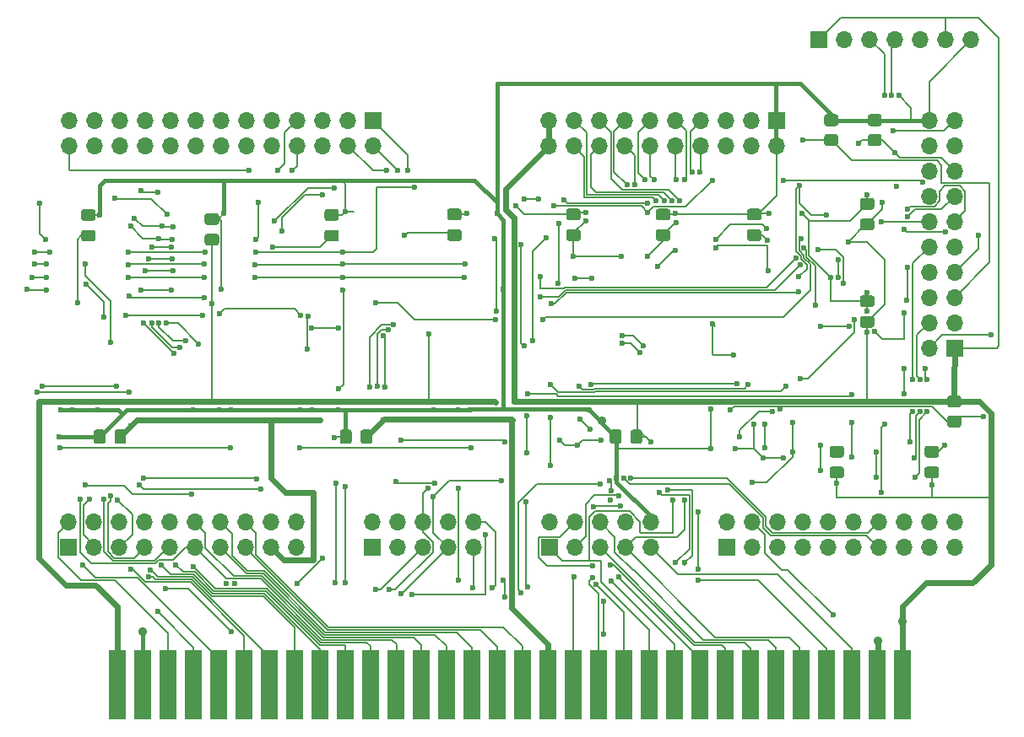
<source format=gbl>
G04 #@! TF.GenerationSoftware,KiCad,Pcbnew,(5.1.12-1-10_14)*
G04 #@! TF.CreationDate,2023-11-15T20:51:55-07:00*
G04 #@! TF.ProjectId,GenMemBlock,47656e4d-656d-4426-9c6f-636b2e6b6963,rev?*
G04 #@! TF.SameCoordinates,Original*
G04 #@! TF.FileFunction,Copper,L4,Bot*
G04 #@! TF.FilePolarity,Positive*
%FSLAX46Y46*%
G04 Gerber Fmt 4.6, Leading zero omitted, Abs format (unit mm)*
G04 Created by KiCad (PCBNEW (5.1.12-1-10_14)) date 2023-11-15 20:51:55*
%MOMM*%
%LPD*%
G01*
G04 APERTURE LIST*
G04 #@! TA.AperFunction,ComponentPad*
%ADD10O,1.700000X1.700000*%
G04 #@! TD*
G04 #@! TA.AperFunction,ComponentPad*
%ADD11R,1.700000X1.700000*%
G04 #@! TD*
G04 #@! TA.AperFunction,SMDPad,CuDef*
%ADD12R,1.778000X6.985000*%
G04 #@! TD*
G04 #@! TA.AperFunction,ViaPad*
%ADD13C,0.600000*%
G04 #@! TD*
G04 #@! TA.AperFunction,ViaPad*
%ADD14C,0.900000*%
G04 #@! TD*
G04 #@! TA.AperFunction,Conductor*
%ADD15C,0.127000*%
G04 #@! TD*
G04 #@! TA.AperFunction,Conductor*
%ADD16C,0.150000*%
G04 #@! TD*
G04 #@! TA.AperFunction,Conductor*
%ADD17C,0.600000*%
G04 #@! TD*
G04 #@! TA.AperFunction,Conductor*
%ADD18C,0.400000*%
G04 #@! TD*
G04 APERTURE END LIST*
D10*
X126238000Y-66040000D03*
X123698000Y-66040000D03*
X121158000Y-66040000D03*
X118618000Y-66040000D03*
X116078000Y-66040000D03*
X113538000Y-66040000D03*
D11*
X110998000Y-66040000D03*
D10*
X122037000Y-74140000D03*
X124577000Y-74140000D03*
X122037000Y-76680000D03*
X124577000Y-76680000D03*
X122037000Y-79220000D03*
X124577000Y-79220000D03*
X122037000Y-81760000D03*
X124577000Y-81760000D03*
X122037000Y-84300000D03*
X124577000Y-84300000D03*
X122037000Y-86840000D03*
X124577000Y-86840000D03*
X122037000Y-89380000D03*
X124577000Y-89380000D03*
X122037000Y-91920000D03*
X124577000Y-91920000D03*
X122037000Y-94460000D03*
X124577000Y-94460000D03*
X122037000Y-97000000D03*
D11*
X124577000Y-97000000D03*
G04 #@! TA.AperFunction,SMDPad,CuDef*
G36*
G01*
X115349000Y-84016000D02*
X116299000Y-84016000D01*
G75*
G02*
X116549000Y-84266000I0J-250000D01*
G01*
X116549000Y-84941000D01*
G75*
G02*
X116299000Y-85191000I-250000J0D01*
G01*
X115349000Y-85191000D01*
G75*
G02*
X115099000Y-84941000I0J250000D01*
G01*
X115099000Y-84266000D01*
G75*
G02*
X115349000Y-84016000I250000J0D01*
G01*
G37*
G04 #@! TD.AperFunction*
G04 #@! TA.AperFunction,SMDPad,CuDef*
G36*
G01*
X115349000Y-81941000D02*
X116299000Y-81941000D01*
G75*
G02*
X116549000Y-82191000I0J-250000D01*
G01*
X116549000Y-82866000D01*
G75*
G02*
X116299000Y-83116000I-250000J0D01*
G01*
X115349000Y-83116000D01*
G75*
G02*
X115099000Y-82866000I0J250000D01*
G01*
X115099000Y-82191000D01*
G75*
G02*
X115349000Y-81941000I250000J0D01*
G01*
G37*
G04 #@! TD.AperFunction*
G04 #@! TA.AperFunction,SMDPad,CuDef*
G36*
G01*
X121826000Y-108908000D02*
X122776000Y-108908000D01*
G75*
G02*
X123026000Y-109158000I0J-250000D01*
G01*
X123026000Y-109833000D01*
G75*
G02*
X122776000Y-110083000I-250000J0D01*
G01*
X121826000Y-110083000D01*
G75*
G02*
X121576000Y-109833000I0J250000D01*
G01*
X121576000Y-109158000D01*
G75*
G02*
X121826000Y-108908000I250000J0D01*
G01*
G37*
G04 #@! TD.AperFunction*
G04 #@! TA.AperFunction,SMDPad,CuDef*
G36*
G01*
X121826000Y-106833000D02*
X122776000Y-106833000D01*
G75*
G02*
X123026000Y-107083000I0J-250000D01*
G01*
X123026000Y-107758000D01*
G75*
G02*
X122776000Y-108008000I-250000J0D01*
G01*
X121826000Y-108008000D01*
G75*
G02*
X121576000Y-107758000I0J250000D01*
G01*
X121576000Y-107083000D01*
G75*
G02*
X121826000Y-106833000I250000J0D01*
G01*
G37*
G04 #@! TD.AperFunction*
G04 #@! TA.AperFunction,SMDPad,CuDef*
G36*
G01*
X115349000Y-93795000D02*
X116299000Y-93795000D01*
G75*
G02*
X116549000Y-94045000I0J-250000D01*
G01*
X116549000Y-94720000D01*
G75*
G02*
X116299000Y-94970000I-250000J0D01*
G01*
X115349000Y-94970000D01*
G75*
G02*
X115099000Y-94720000I0J250000D01*
G01*
X115099000Y-94045000D01*
G75*
G02*
X115349000Y-93795000I250000J0D01*
G01*
G37*
G04 #@! TD.AperFunction*
G04 #@! TA.AperFunction,SMDPad,CuDef*
G36*
G01*
X115349000Y-91720000D02*
X116299000Y-91720000D01*
G75*
G02*
X116549000Y-91970000I0J-250000D01*
G01*
X116549000Y-92645000D01*
G75*
G02*
X116299000Y-92895000I-250000J0D01*
G01*
X115349000Y-92895000D01*
G75*
G02*
X115099000Y-92645000I0J250000D01*
G01*
X115099000Y-91970000D01*
G75*
G02*
X115349000Y-91720000I250000J0D01*
G01*
G37*
G04 #@! TD.AperFunction*
G04 #@! TA.AperFunction,SMDPad,CuDef*
G36*
G01*
X112301000Y-108908000D02*
X113251000Y-108908000D01*
G75*
G02*
X113501000Y-109158000I0J-250000D01*
G01*
X113501000Y-109833000D01*
G75*
G02*
X113251000Y-110083000I-250000J0D01*
G01*
X112301000Y-110083000D01*
G75*
G02*
X112051000Y-109833000I0J250000D01*
G01*
X112051000Y-109158000D01*
G75*
G02*
X112301000Y-108908000I250000J0D01*
G01*
G37*
G04 #@! TD.AperFunction*
G04 #@! TA.AperFunction,SMDPad,CuDef*
G36*
G01*
X112301000Y-106833000D02*
X113251000Y-106833000D01*
G75*
G02*
X113501000Y-107083000I0J-250000D01*
G01*
X113501000Y-107758000D01*
G75*
G02*
X113251000Y-108008000I-250000J0D01*
G01*
X112301000Y-108008000D01*
G75*
G02*
X112051000Y-107758000I0J250000D01*
G01*
X112051000Y-107083000D01*
G75*
G02*
X112301000Y-106833000I250000J0D01*
G01*
G37*
G04 #@! TD.AperFunction*
D12*
X40640000Y-130810000D03*
X45720000Y-130810000D03*
X48260000Y-130810000D03*
X43180000Y-130810000D03*
X50800000Y-130810000D03*
X114300000Y-130810000D03*
X111760000Y-130810000D03*
X116840000Y-130810000D03*
X109220000Y-130810000D03*
X119380000Y-130810000D03*
X53340000Y-130810000D03*
X55880000Y-130810000D03*
X58420000Y-130810000D03*
X60960000Y-130810000D03*
X63500000Y-130810000D03*
X66040000Y-130810000D03*
X68580000Y-130810000D03*
X71120000Y-130810000D03*
X73660000Y-130810000D03*
X76200000Y-130810000D03*
X78740000Y-130810000D03*
X81280000Y-130810000D03*
X83820000Y-130810000D03*
X86360000Y-130810000D03*
X88900000Y-130810000D03*
X91440000Y-130810000D03*
X93980000Y-130810000D03*
X96520000Y-130810000D03*
X99060000Y-130810000D03*
X101600000Y-130810000D03*
X104140000Y-130810000D03*
X106680000Y-130810000D03*
G04 #@! TA.AperFunction,SMDPad,CuDef*
G36*
G01*
X124111599Y-103778000D02*
X125011601Y-103778000D01*
G75*
G02*
X125261600Y-104027999I0J-249999D01*
G01*
X125261600Y-104728001D01*
G75*
G02*
X125011601Y-104978000I-249999J0D01*
G01*
X124111599Y-104978000D01*
G75*
G02*
X123861600Y-104728001I0J249999D01*
G01*
X123861600Y-104027999D01*
G75*
G02*
X124111599Y-103778000I249999J0D01*
G01*
G37*
G04 #@! TD.AperFunction*
G04 #@! TA.AperFunction,SMDPad,CuDef*
G36*
G01*
X124111599Y-101778000D02*
X125011601Y-101778000D01*
G75*
G02*
X125261600Y-102027999I0J-249999D01*
G01*
X125261600Y-102728001D01*
G75*
G02*
X125011601Y-102978000I-249999J0D01*
G01*
X124111599Y-102978000D01*
G75*
G02*
X123861600Y-102728001I0J249999D01*
G01*
X123861600Y-102027999D01*
G75*
G02*
X124111599Y-101778000I249999J0D01*
G01*
G37*
G04 #@! TD.AperFunction*
D10*
X35789000Y-76690000D03*
X35789000Y-74150000D03*
X38329000Y-76690000D03*
X38329000Y-74150000D03*
X40869000Y-76690000D03*
X40869000Y-74150000D03*
X43409000Y-76690000D03*
X43409000Y-74150000D03*
X45949000Y-76690000D03*
X45949000Y-74150000D03*
X48489000Y-76690000D03*
X48489000Y-74150000D03*
X51029000Y-76690000D03*
X51029000Y-74150000D03*
X53569000Y-76690000D03*
X53569000Y-74150000D03*
X56109000Y-76690000D03*
X56109000Y-74150000D03*
X58649000Y-76690000D03*
X58649000Y-74150000D03*
X61189000Y-76690000D03*
X61189000Y-74150000D03*
X63729000Y-76690000D03*
X63729000Y-74150000D03*
X66269000Y-76690000D03*
D11*
X66269000Y-74150000D03*
G04 #@! TA.AperFunction,SMDPad,CuDef*
G36*
G01*
X38194000Y-84241000D02*
X37244000Y-84241000D01*
G75*
G02*
X36994000Y-83991000I0J250000D01*
G01*
X36994000Y-83316000D01*
G75*
G02*
X37244000Y-83066000I250000J0D01*
G01*
X38194000Y-83066000D01*
G75*
G02*
X38444000Y-83316000I0J-250000D01*
G01*
X38444000Y-83991000D01*
G75*
G02*
X38194000Y-84241000I-250000J0D01*
G01*
G37*
G04 #@! TD.AperFunction*
G04 #@! TA.AperFunction,SMDPad,CuDef*
G36*
G01*
X38194000Y-86316000D02*
X37244000Y-86316000D01*
G75*
G02*
X36994000Y-86066000I0J250000D01*
G01*
X36994000Y-85391000D01*
G75*
G02*
X37244000Y-85141000I250000J0D01*
G01*
X38194000Y-85141000D01*
G75*
G02*
X38444000Y-85391000I0J-250000D01*
G01*
X38444000Y-86066000D01*
G75*
G02*
X38194000Y-86316000I-250000J0D01*
G01*
G37*
G04 #@! TD.AperFunction*
X66167000Y-117043200D03*
D10*
X66167000Y-114503200D03*
X68707000Y-117043200D03*
X68707000Y-114503200D03*
X71247000Y-117043200D03*
X71247000Y-114503200D03*
X73787000Y-117043200D03*
X73787000Y-114503200D03*
X76327000Y-117043200D03*
X76327000Y-114503200D03*
G04 #@! TA.AperFunction,SMDPad,CuDef*
G36*
G01*
X74897000Y-84190200D02*
X73947000Y-84190200D01*
G75*
G02*
X73697000Y-83940200I0J250000D01*
G01*
X73697000Y-83265200D01*
G75*
G02*
X73947000Y-83015200I250000J0D01*
G01*
X74897000Y-83015200D01*
G75*
G02*
X75147000Y-83265200I0J-250000D01*
G01*
X75147000Y-83940200D01*
G75*
G02*
X74897000Y-84190200I-250000J0D01*
G01*
G37*
G04 #@! TD.AperFunction*
G04 #@! TA.AperFunction,SMDPad,CuDef*
G36*
G01*
X74897000Y-86265200D02*
X73947000Y-86265200D01*
G75*
G02*
X73697000Y-86015200I0J250000D01*
G01*
X73697000Y-85340200D01*
G75*
G02*
X73947000Y-85090200I250000J0D01*
G01*
X74897000Y-85090200D01*
G75*
G02*
X75147000Y-85340200I0J-250000D01*
G01*
X75147000Y-86015200D01*
G75*
G02*
X74897000Y-86265200I-250000J0D01*
G01*
G37*
G04 #@! TD.AperFunction*
G04 #@! TA.AperFunction,SMDPad,CuDef*
G36*
G01*
X94876600Y-85090200D02*
X95826600Y-85090200D01*
G75*
G02*
X96076600Y-85340200I0J-250000D01*
G01*
X96076600Y-86015200D01*
G75*
G02*
X95826600Y-86265200I-250000J0D01*
G01*
X94876600Y-86265200D01*
G75*
G02*
X94626600Y-86015200I0J250000D01*
G01*
X94626600Y-85340200D01*
G75*
G02*
X94876600Y-85090200I250000J0D01*
G01*
G37*
G04 #@! TD.AperFunction*
G04 #@! TA.AperFunction,SMDPad,CuDef*
G36*
G01*
X94876600Y-83015200D02*
X95826600Y-83015200D01*
G75*
G02*
X96076600Y-83265200I0J-250000D01*
G01*
X96076600Y-83940200D01*
G75*
G02*
X95826600Y-84190200I-250000J0D01*
G01*
X94876600Y-84190200D01*
G75*
G02*
X94626600Y-83940200I0J250000D01*
G01*
X94626600Y-83265200D01*
G75*
G02*
X94876600Y-83015200I250000J0D01*
G01*
G37*
G04 #@! TD.AperFunction*
G04 #@! TA.AperFunction,SMDPad,CuDef*
G36*
G01*
X92093200Y-106393000D02*
X92093200Y-105443000D01*
G75*
G02*
X92343200Y-105193000I250000J0D01*
G01*
X93018200Y-105193000D01*
G75*
G02*
X93268200Y-105443000I0J-250000D01*
G01*
X93268200Y-106393000D01*
G75*
G02*
X93018200Y-106643000I-250000J0D01*
G01*
X92343200Y-106643000D01*
G75*
G02*
X92093200Y-106393000I0J250000D01*
G01*
G37*
G04 #@! TD.AperFunction*
G04 #@! TA.AperFunction,SMDPad,CuDef*
G36*
G01*
X90018200Y-106393000D02*
X90018200Y-105443000D01*
G75*
G02*
X90268200Y-105193000I250000J0D01*
G01*
X90943200Y-105193000D01*
G75*
G02*
X91193200Y-105443000I0J-250000D01*
G01*
X91193200Y-106393000D01*
G75*
G02*
X90943200Y-106643000I-250000J0D01*
G01*
X90268200Y-106643000D01*
G75*
G02*
X90018200Y-106393000I0J250000D01*
G01*
G37*
G04 #@! TD.AperFunction*
G04 #@! TA.AperFunction,SMDPad,CuDef*
G36*
G01*
X40328000Y-106393000D02*
X40328000Y-105443000D01*
G75*
G02*
X40578000Y-105193000I250000J0D01*
G01*
X41253000Y-105193000D01*
G75*
G02*
X41503000Y-105443000I0J-250000D01*
G01*
X41503000Y-106393000D01*
G75*
G02*
X41253000Y-106643000I-250000J0D01*
G01*
X40578000Y-106643000D01*
G75*
G02*
X40328000Y-106393000I0J250000D01*
G01*
G37*
G04 #@! TD.AperFunction*
G04 #@! TA.AperFunction,SMDPad,CuDef*
G36*
G01*
X38253000Y-106393000D02*
X38253000Y-105443000D01*
G75*
G02*
X38503000Y-105193000I250000J0D01*
G01*
X39178000Y-105193000D01*
G75*
G02*
X39428000Y-105443000I0J-250000D01*
G01*
X39428000Y-106393000D01*
G75*
G02*
X39178000Y-106643000I-250000J0D01*
G01*
X38503000Y-106643000D01*
G75*
G02*
X38253000Y-106393000I0J250000D01*
G01*
G37*
G04 #@! TD.AperFunction*
G04 #@! TA.AperFunction,SMDPad,CuDef*
G36*
G01*
X65016800Y-106393000D02*
X65016800Y-105443000D01*
G75*
G02*
X65266800Y-105193000I250000J0D01*
G01*
X65941800Y-105193000D01*
G75*
G02*
X66191800Y-105443000I0J-250000D01*
G01*
X66191800Y-106393000D01*
G75*
G02*
X65941800Y-106643000I-250000J0D01*
G01*
X65266800Y-106643000D01*
G75*
G02*
X65016800Y-106393000I0J250000D01*
G01*
G37*
G04 #@! TD.AperFunction*
G04 #@! TA.AperFunction,SMDPad,CuDef*
G36*
G01*
X62941800Y-106393000D02*
X62941800Y-105443000D01*
G75*
G02*
X63191800Y-105193000I250000J0D01*
G01*
X63866800Y-105193000D01*
G75*
G02*
X64116800Y-105443000I0J-250000D01*
G01*
X64116800Y-106393000D01*
G75*
G02*
X63866800Y-106643000I-250000J0D01*
G01*
X63191800Y-106643000D01*
G75*
G02*
X62941800Y-106393000I0J250000D01*
G01*
G37*
G04 #@! TD.AperFunction*
G04 #@! TA.AperFunction,SMDPad,CuDef*
G36*
G01*
X85885000Y-85090200D02*
X86835000Y-85090200D01*
G75*
G02*
X87085000Y-85340200I0J-250000D01*
G01*
X87085000Y-86015200D01*
G75*
G02*
X86835000Y-86265200I-250000J0D01*
G01*
X85885000Y-86265200D01*
G75*
G02*
X85635000Y-86015200I0J250000D01*
G01*
X85635000Y-85340200D01*
G75*
G02*
X85885000Y-85090200I250000J0D01*
G01*
G37*
G04 #@! TD.AperFunction*
G04 #@! TA.AperFunction,SMDPad,CuDef*
G36*
G01*
X85885000Y-83015200D02*
X86835000Y-83015200D01*
G75*
G02*
X87085000Y-83265200I0J-250000D01*
G01*
X87085000Y-83940200D01*
G75*
G02*
X86835000Y-84190200I-250000J0D01*
G01*
X85885000Y-84190200D01*
G75*
G02*
X85635000Y-83940200I0J250000D01*
G01*
X85635000Y-83265200D01*
G75*
G02*
X85885000Y-83015200I250000J0D01*
G01*
G37*
G04 #@! TD.AperFunction*
G04 #@! TA.AperFunction,SMDPad,CuDef*
G36*
G01*
X104970600Y-84190200D02*
X104020600Y-84190200D01*
G75*
G02*
X103770600Y-83940200I0J250000D01*
G01*
X103770600Y-83265200D01*
G75*
G02*
X104020600Y-83015200I250000J0D01*
G01*
X104970600Y-83015200D01*
G75*
G02*
X105220600Y-83265200I0J-250000D01*
G01*
X105220600Y-83940200D01*
G75*
G02*
X104970600Y-84190200I-250000J0D01*
G01*
G37*
G04 #@! TD.AperFunction*
G04 #@! TA.AperFunction,SMDPad,CuDef*
G36*
G01*
X104970600Y-86265200D02*
X104020600Y-86265200D01*
G75*
G02*
X103770600Y-86015200I0J250000D01*
G01*
X103770600Y-85340200D01*
G75*
G02*
X104020600Y-85090200I250000J0D01*
G01*
X104970600Y-85090200D01*
G75*
G02*
X105220600Y-85340200I0J-250000D01*
G01*
X105220600Y-86015200D01*
G75*
G02*
X104970600Y-86265200I-250000J0D01*
G01*
G37*
G04 #@! TD.AperFunction*
G04 #@! TA.AperFunction,SMDPad,CuDef*
G36*
G01*
X50576500Y-84640000D02*
X49626500Y-84640000D01*
G75*
G02*
X49376500Y-84390000I0J250000D01*
G01*
X49376500Y-83715000D01*
G75*
G02*
X49626500Y-83465000I250000J0D01*
G01*
X50576500Y-83465000D01*
G75*
G02*
X50826500Y-83715000I0J-250000D01*
G01*
X50826500Y-84390000D01*
G75*
G02*
X50576500Y-84640000I-250000J0D01*
G01*
G37*
G04 #@! TD.AperFunction*
G04 #@! TA.AperFunction,SMDPad,CuDef*
G36*
G01*
X50576500Y-86715000D02*
X49626500Y-86715000D01*
G75*
G02*
X49376500Y-86465000I0J250000D01*
G01*
X49376500Y-85790000D01*
G75*
G02*
X49626500Y-85540000I250000J0D01*
G01*
X50576500Y-85540000D01*
G75*
G02*
X50826500Y-85790000I0J-250000D01*
G01*
X50826500Y-86465000D01*
G75*
G02*
X50576500Y-86715000I-250000J0D01*
G01*
G37*
G04 #@! TD.AperFunction*
G04 #@! TA.AperFunction,SMDPad,CuDef*
G36*
G01*
X62590700Y-84241000D02*
X61640700Y-84241000D01*
G75*
G02*
X61390700Y-83991000I0J250000D01*
G01*
X61390700Y-83316000D01*
G75*
G02*
X61640700Y-83066000I250000J0D01*
G01*
X62590700Y-83066000D01*
G75*
G02*
X62840700Y-83316000I0J-250000D01*
G01*
X62840700Y-83991000D01*
G75*
G02*
X62590700Y-84241000I-250000J0D01*
G01*
G37*
G04 #@! TD.AperFunction*
G04 #@! TA.AperFunction,SMDPad,CuDef*
G36*
G01*
X62590700Y-86316000D02*
X61640700Y-86316000D01*
G75*
G02*
X61390700Y-86066000I0J250000D01*
G01*
X61390700Y-85391000D01*
G75*
G02*
X61640700Y-85141000I250000J0D01*
G01*
X62590700Y-85141000D01*
G75*
G02*
X62840700Y-85391000I0J-250000D01*
G01*
X62840700Y-86066000D01*
G75*
G02*
X62590700Y-86316000I-250000J0D01*
G01*
G37*
G04 #@! TD.AperFunction*
X94107000Y-114503200D03*
X94107000Y-117043200D03*
X91567000Y-114503200D03*
X91567000Y-117043200D03*
X89027000Y-114503200D03*
X89027000Y-117043200D03*
X86487000Y-114503200D03*
X86487000Y-117043200D03*
X83947000Y-114503200D03*
D11*
X83947000Y-117043200D03*
X101727000Y-117043200D03*
D10*
X101727000Y-114503200D03*
X104267000Y-117043200D03*
X104267000Y-114503200D03*
X106807000Y-117043200D03*
X106807000Y-114503200D03*
X109347000Y-117043200D03*
X109347000Y-114503200D03*
X111887000Y-117043200D03*
X111887000Y-114503200D03*
X114427000Y-117043200D03*
X114427000Y-114503200D03*
X116967000Y-117043200D03*
X116967000Y-114503200D03*
X119507000Y-117043200D03*
X119507000Y-114503200D03*
X122047000Y-117043200D03*
X122047000Y-114503200D03*
X124587000Y-117043200D03*
X124587000Y-114503200D03*
X58572400Y-114503200D03*
X58572400Y-117043200D03*
X56032400Y-114503200D03*
X56032400Y-117043200D03*
X53492400Y-114503200D03*
X53492400Y-117043200D03*
X50952400Y-114503200D03*
X50952400Y-117043200D03*
X48412400Y-114503200D03*
X48412400Y-117043200D03*
X45872400Y-114503200D03*
X45872400Y-117043200D03*
X43332400Y-114503200D03*
X43332400Y-117043200D03*
X40792400Y-114503200D03*
X40792400Y-117043200D03*
X38252400Y-114503200D03*
X38252400Y-117043200D03*
X35712400Y-114503200D03*
D11*
X35712400Y-117043200D03*
D10*
X83921600Y-76690000D03*
X83921600Y-74150000D03*
X86461600Y-76690000D03*
X86461600Y-74150000D03*
X89001600Y-76690000D03*
X89001600Y-74150000D03*
X91541600Y-76690000D03*
X91541600Y-74150000D03*
X94081600Y-76690000D03*
X94081600Y-74150000D03*
X96621600Y-76690000D03*
X96621600Y-74150000D03*
X99161600Y-76690000D03*
X99161600Y-74150000D03*
X101701600Y-76690000D03*
X101701600Y-74150000D03*
X104241600Y-76690000D03*
X104241600Y-74150000D03*
X106781600Y-76690000D03*
D11*
X106781600Y-74150000D03*
G04 #@! TA.AperFunction,SMDPad,CuDef*
G36*
G01*
X112667201Y-74733200D02*
X111767199Y-74733200D01*
G75*
G02*
X111517200Y-74483201I0J249999D01*
G01*
X111517200Y-73783199D01*
G75*
G02*
X111767199Y-73533200I249999J0D01*
G01*
X112667201Y-73533200D01*
G75*
G02*
X112917200Y-73783199I0J-249999D01*
G01*
X112917200Y-74483201D01*
G75*
G02*
X112667201Y-74733200I-249999J0D01*
G01*
G37*
G04 #@! TD.AperFunction*
G04 #@! TA.AperFunction,SMDPad,CuDef*
G36*
G01*
X112667201Y-76733200D02*
X111767199Y-76733200D01*
G75*
G02*
X111517200Y-76483201I0J249999D01*
G01*
X111517200Y-75783199D01*
G75*
G02*
X111767199Y-75533200I249999J0D01*
G01*
X112667201Y-75533200D01*
G75*
G02*
X112917200Y-75783199I0J-249999D01*
G01*
X112917200Y-76483201D01*
G75*
G02*
X112667201Y-76733200I-249999J0D01*
G01*
G37*
G04 #@! TD.AperFunction*
G04 #@! TA.AperFunction,SMDPad,CuDef*
G36*
G01*
X117036001Y-74733200D02*
X116135999Y-74733200D01*
G75*
G02*
X115886000Y-74483201I0J249999D01*
G01*
X115886000Y-73783199D01*
G75*
G02*
X116135999Y-73533200I249999J0D01*
G01*
X117036001Y-73533200D01*
G75*
G02*
X117286000Y-73783199I0J-249999D01*
G01*
X117286000Y-74483201D01*
G75*
G02*
X117036001Y-74733200I-249999J0D01*
G01*
G37*
G04 #@! TD.AperFunction*
G04 #@! TA.AperFunction,SMDPad,CuDef*
G36*
G01*
X117036001Y-76733200D02*
X116135999Y-76733200D01*
G75*
G02*
X115886000Y-76483201I0J249999D01*
G01*
X115886000Y-75783199D01*
G75*
G02*
X116135999Y-75533200I249999J0D01*
G01*
X117036001Y-75533200D01*
G75*
G02*
X117286000Y-75783199I0J-249999D01*
G01*
X117286000Y-76483201D01*
G75*
G02*
X117036001Y-76733200I-249999J0D01*
G01*
G37*
G04 #@! TD.AperFunction*
D13*
X94640400Y-82194400D03*
X105714808Y-85039200D03*
X100634800Y-86105996D03*
X93544631Y-80094187D03*
X94437200Y-80094187D03*
X91729436Y-80602209D03*
X92506800Y-80602209D03*
X96977200Y-82194400D03*
X96250189Y-82193269D03*
X95453200Y-82194400D03*
X88239600Y-89966800D03*
X86512400Y-89966800D03*
X96674349Y-80096035D03*
X81127600Y-86614000D03*
X81407000Y-96774000D03*
X83667600Y-85953600D03*
X82296000Y-96266000D03*
X82905600Y-82042000D03*
X81432400Y-82042000D03*
X98241448Y-79346620D03*
X93037031Y-97457523D03*
X91276803Y-96531600D03*
X99060000Y-79298800D03*
X93379157Y-96816043D03*
X91290150Y-95804711D03*
X97485200Y-80060800D03*
X36626800Y-92456000D03*
X67310000Y-104241600D03*
X60960014Y-104241600D03*
X35509200Y-102362000D03*
X36830000Y-102362000D03*
X41249600Y-102362000D03*
X45669200Y-102362000D03*
X50139600Y-102362000D03*
X51460400Y-102362000D03*
X41971550Y-104861950D03*
X45720000Y-104241600D03*
X50698400Y-104241600D03*
X69748400Y-104140000D03*
X74879200Y-104140000D03*
X75539600Y-102362000D03*
X74218800Y-102362000D03*
X93167200Y-102362000D03*
X102057200Y-102362000D03*
X97637600Y-102362000D03*
X78536800Y-102412800D03*
X50088800Y-92506800D03*
X59639200Y-97129600D03*
X69799200Y-102362000D03*
X56184800Y-86868000D03*
X69410290Y-85648802D03*
X86360000Y-87782400D03*
X87579200Y-84226400D03*
X93776800Y-87833200D03*
X71882000Y-95605600D03*
X102412800Y-97704277D03*
X91135200Y-87832700D03*
X80400598Y-86969600D03*
X96672404Y-84429600D03*
X105816400Y-86156798D03*
D14*
X119380000Y-124460000D03*
D13*
X86614014Y-102362000D03*
X94107012Y-106426000D03*
X80391000Y-102362000D03*
X80264000Y-104267000D03*
X59740834Y-93803239D03*
X100330000Y-94615000D03*
X122301000Y-110744000D03*
X112776000Y-110617000D03*
X117348000Y-82423000D03*
X113919000Y-86360000D03*
X115794657Y-95406343D03*
X81584800Y-112471200D03*
X81798976Y-120975918D03*
X81127600Y-121564400D03*
X89020952Y-110648648D03*
X91405253Y-110035053D03*
X92132264Y-110036183D03*
X90007937Y-110332355D03*
X90079947Y-112294378D03*
X90161829Y-111313366D03*
X90938410Y-111860597D03*
X90932000Y-120007013D03*
X96570800Y-118567200D03*
X94945200Y-111506000D03*
X88639573Y-120707106D03*
X97536000Y-118567200D03*
X95853882Y-111279580D03*
X86441779Y-119950058D03*
X96316800Y-112301310D03*
X90077157Y-118812443D03*
X91084400Y-112895090D03*
X88375370Y-112925133D03*
X88307890Y-118854510D03*
X97502679Y-112301310D03*
X98856800Y-113487200D03*
X98856800Y-119176800D03*
X98856800Y-120345200D03*
X90158277Y-120413446D03*
X88255973Y-120089532D03*
X83058000Y-89814400D03*
X114935000Y-76454000D03*
X108669604Y-87951969D03*
X118617988Y-77401698D03*
X49377600Y-89916000D03*
X54457600Y-89916000D03*
X63195200Y-89916000D03*
X41724279Y-89916000D03*
X108966000Y-89865200D03*
X75438000Y-89916002D03*
X93776800Y-82448400D03*
X109016800Y-80721200D03*
X84937600Y-84480400D03*
X85445600Y-82143600D03*
X84785200Y-90492279D03*
X111760006Y-83693000D03*
X128219200Y-95656400D03*
X54762400Y-82346800D03*
X54508400Y-86106000D03*
X51308000Y-83515200D03*
X38825300Y-83653500D03*
X60198000Y-103225600D03*
X59029600Y-103225600D03*
X36169600Y-103225600D03*
X34950400Y-103225600D03*
X50850800Y-103225600D03*
X52070000Y-103225600D03*
X48260000Y-103225600D03*
X38709600Y-103225600D03*
X72339200Y-103225600D03*
X62382400Y-105968800D03*
X62788800Y-103225600D03*
X76047600Y-103225600D03*
X74828400Y-103225600D03*
X100134500Y-107078700D03*
X51028600Y-91109802D03*
X63491242Y-83320756D03*
X62839600Y-101092000D03*
X63195199Y-91186000D03*
X106019600Y-83515200D03*
X75641200Y-83515200D03*
X87630000Y-83413600D03*
X96621600Y-83464398D03*
X80568800Y-82753200D03*
D14*
X43180000Y-125487800D03*
D13*
X34798000Y-105918002D03*
D14*
X116890800Y-126441200D03*
X89204767Y-104343233D03*
D13*
X87941435Y-103253735D03*
X90678423Y-110051294D03*
X100126800Y-103089010D03*
X79298802Y-91135200D03*
X78689198Y-83515200D03*
X123571000Y-106807000D03*
X115824000Y-81661000D03*
X115824000Y-91440000D03*
X115824000Y-93345000D03*
X112141000Y-89916000D03*
X109296204Y-83515200D03*
X118999000Y-71628000D03*
X49428400Y-87376000D03*
X54508400Y-87376000D03*
X63246000Y-87376004D03*
X70459600Y-80873600D03*
X109372400Y-76149200D03*
X41724279Y-87376000D03*
X53797200Y-79197200D03*
X46075600Y-91186000D03*
X43010110Y-91186000D03*
X46177200Y-89255600D03*
X43383200Y-89255600D03*
X44704000Y-81330800D03*
X43018843Y-81237957D03*
X46126400Y-88087200D03*
X43738800Y-88087200D03*
X46278800Y-97536000D03*
X43281600Y-94488000D03*
X46075600Y-86868000D03*
X44094402Y-86868000D03*
X46926500Y-96939100D03*
X44061572Y-94476586D03*
X46126400Y-86106000D03*
X44754800Y-86004400D03*
X41960800Y-84785200D03*
X44788490Y-94488314D03*
X47488005Y-96312390D03*
X46193011Y-84836000D03*
X45077090Y-84785200D03*
X42349710Y-83972400D03*
X48768000Y-96570800D03*
X45567600Y-94488000D03*
X45593000Y-83591400D03*
X40335200Y-81991200D03*
X62382400Y-80939410D03*
X56388000Y-84277210D03*
X61214000Y-81635600D03*
X57150000Y-85293200D03*
X56692800Y-79197200D03*
X58166000Y-79197200D03*
X33477200Y-91186000D03*
X31597600Y-91135200D03*
X33477200Y-89916000D03*
X32037310Y-89916000D03*
X39306500Y-93891100D03*
X32291321Y-88544399D03*
X33526344Y-88595200D03*
X37490396Y-90576400D03*
X39941500Y-96405700D03*
X37388800Y-88595200D03*
X33832812Y-87376000D03*
X32291313Y-87372986D03*
X40538400Y-100838000D03*
X33104110Y-100838000D03*
X33426388Y-86106000D03*
X32799343Y-82499200D03*
X41846500Y-101434900D03*
X32613600Y-101447604D03*
X93801700Y-83387700D03*
X84378800Y-82753200D03*
X100330000Y-80162400D03*
X107442000Y-80162400D03*
X121412000Y-80391000D03*
X100634800Y-86918800D03*
X105918000Y-89281000D03*
X48056800Y-111658400D03*
X37401500Y-110782100D03*
X36880800Y-112166400D03*
X39301229Y-112228616D03*
X46478740Y-118766790D03*
X39928800Y-111810800D03*
X43942000Y-119278400D03*
X40629225Y-112238796D03*
X41960798Y-119176800D03*
X37795200Y-112166400D03*
X44653200Y-123444001D03*
X42844639Y-110714136D03*
X55026194Y-111136895D03*
X52373190Y-120667457D03*
X43250560Y-110110999D03*
X54559198Y-110134400D03*
X51511421Y-120667457D03*
X37185600Y-118821200D03*
X43738800Y-120007090D03*
X45019495Y-118787890D03*
X48266217Y-118991046D03*
X72440800Y-110617000D03*
X68529200Y-110439200D03*
X78249490Y-121107200D03*
X76301600Y-121107200D03*
X77571600Y-115722400D03*
X70205600Y-121716800D03*
X72288400Y-111963208D03*
X69037200Y-121666000D03*
X79121000Y-110363000D03*
X81661000Y-107526100D03*
X81661000Y-103797098D03*
X81788000Y-101635000D03*
X114300000Y-101662866D03*
X114300000Y-104521000D03*
X114300000Y-107950000D03*
X71736943Y-111073657D03*
X67861076Y-121275411D03*
X66540905Y-121275411D03*
X74828400Y-111048800D03*
X74828400Y-120276932D03*
X49377599Y-88595199D03*
X54457600Y-88646000D03*
X63195200Y-88595200D03*
X41724279Y-88646000D03*
X75488800Y-88595200D03*
X83058000Y-91846400D03*
X109114402Y-88660763D03*
X67614800Y-79197200D03*
X67441159Y-100889084D03*
X67324557Y-95737312D03*
X61214000Y-118110000D03*
X58674000Y-120650000D03*
X45466000Y-121158000D03*
X52070000Y-125476000D03*
X84074000Y-104013000D03*
X84074012Y-108839000D03*
X84074000Y-100711000D03*
X107696000Y-100838000D03*
X68732400Y-79197200D03*
X66714158Y-100884994D03*
X67816708Y-95202211D03*
X34861500Y-107048300D03*
X51968400Y-107035600D03*
X58928000Y-107035600D03*
X76098400Y-107035600D03*
X127506417Y-103887582D03*
X102108000Y-103251000D03*
X107061000Y-103124000D03*
X126949200Y-85699600D03*
X69748400Y-79197200D03*
X65938402Y-100939600D03*
X68329916Y-94687270D03*
X62534800Y-110591600D03*
X62484000Y-120530943D03*
X103886000Y-100711000D03*
X105537000Y-107061000D03*
X105537000Y-104648000D03*
X86896299Y-100855490D03*
X66497200Y-92456000D03*
X78587600Y-94183200D03*
X83261203Y-94183203D03*
X109202510Y-86055200D03*
X78638400Y-93268800D03*
X78468590Y-86055200D03*
X84181346Y-92569374D03*
X108966000Y-91330490D03*
X49326802Y-91948000D03*
X41775079Y-91795600D03*
X41452800Y-93726000D03*
X49174400Y-93726000D03*
X60131323Y-94996000D03*
X62806290Y-94995991D03*
X59016482Y-93741107D03*
X50897657Y-93569657D03*
X94792800Y-88849200D03*
X96570800Y-87223600D03*
X63500000Y-110947200D03*
X79451200Y-121970800D03*
X63500000Y-120530943D03*
X79349600Y-120276932D03*
X102616000Y-107068900D03*
X86995000Y-104140000D03*
X88011004Y-105156000D03*
X104427301Y-104614697D03*
X107458534Y-108060466D03*
X105410004Y-108077000D03*
X102742983Y-100578470D03*
X88137996Y-100710996D03*
X69088000Y-106299000D03*
X84962997Y-106298997D03*
X86741000Y-106806986D03*
X89154000Y-106299000D03*
X79470389Y-106414736D03*
X103043523Y-105935499D03*
X106299000Y-103360500D03*
X111125000Y-94869000D03*
X114034147Y-94869000D03*
X120540490Y-108047664D03*
X121123013Y-103378000D03*
X121122614Y-100178946D03*
X120142000Y-106426000D03*
X120396000Y-103378000D03*
X120396000Y-100203000D03*
X112395000Y-123825000D03*
X104267000Y-110490000D03*
X108331000Y-107421500D03*
X108331000Y-104521000D03*
X109093000Y-100076002D03*
X114524657Y-94136343D03*
X116713000Y-109982000D03*
X116713000Y-107442000D03*
X111125000Y-106807000D03*
X111125000Y-109347000D03*
X121666000Y-99077500D03*
X120650000Y-109982000D03*
X121850026Y-103378000D03*
X121849051Y-100207842D03*
X89408000Y-122428000D03*
X89408000Y-125730000D03*
X119507000Y-99077500D03*
X119507000Y-101600000D03*
X117602000Y-104648000D03*
X117221000Y-111506000D03*
X119888000Y-83820000D03*
X117221000Y-84328000D03*
X119858664Y-83028664D03*
X118745000Y-80772000D03*
X113411000Y-90551000D03*
X110853500Y-87122000D03*
X117544974Y-71628000D03*
X118271987Y-71628000D03*
X119507000Y-93472000D03*
X116586000Y-95377000D03*
X110617000Y-92710000D03*
X109491490Y-86995000D03*
X118443190Y-75194900D03*
X119888001Y-88900000D03*
X119761000Y-92202000D03*
X112903000Y-88104700D03*
X112903000Y-89933500D03*
X119507000Y-85090000D03*
X123680500Y-85344000D03*
D15*
X86327200Y-76690000D02*
X87426800Y-77789600D01*
X87426800Y-77789600D02*
X87426800Y-81889600D01*
X94340401Y-81894401D02*
X94640400Y-82194400D01*
X87431601Y-81894401D02*
X94340401Y-81894401D01*
X87426800Y-81889600D02*
X87431601Y-81894401D01*
X105714808Y-85039200D02*
X105298022Y-84622414D01*
X102118382Y-84622414D02*
X100634800Y-86105996D01*
X105298022Y-84622414D02*
X102118382Y-84622414D01*
X92862400Y-75369200D02*
X94081600Y-74150000D01*
X92862400Y-79411956D02*
X92862400Y-75369200D01*
X93544631Y-80094187D02*
X92862400Y-79411956D01*
X94081600Y-79738587D02*
X94437200Y-80094187D01*
X94081600Y-76690000D02*
X94081600Y-79738587D01*
X90424000Y-75267600D02*
X91541600Y-74150000D01*
X90424000Y-79296773D02*
X90424000Y-75267600D01*
X91729436Y-80602209D02*
X90424000Y-79296773D01*
X92506800Y-77655200D02*
X91541600Y-76690000D01*
X92506800Y-80602209D02*
X92506800Y-77655200D01*
X90170000Y-80019138D02*
X91278440Y-81127578D01*
X91278440Y-81127578D02*
X95910378Y-81127578D01*
X95910378Y-81127578D02*
X96977200Y-82194400D01*
X90170000Y-75318400D02*
X90170000Y-80019138D01*
X89001600Y-74150000D02*
X90170000Y-75318400D01*
X89001600Y-76690000D02*
X88151601Y-77539999D01*
X88151601Y-77539999D02*
X88151601Y-80864474D01*
X95438509Y-81381589D02*
X96250189Y-82193269D01*
X88668716Y-81381589D02*
X95438509Y-81381589D01*
X88151601Y-80864474D02*
X88668716Y-81381589D01*
X87680802Y-75369202D02*
X87680802Y-81635600D01*
X87680802Y-81635600D02*
X94894400Y-81635600D01*
X94894400Y-81635600D02*
X95453200Y-82194400D01*
X86461600Y-74150000D02*
X87680802Y-75369202D01*
X88239600Y-89966800D02*
X86512400Y-89966800D01*
X86512400Y-89966800D02*
X86563200Y-89966800D01*
X96621600Y-80043286D02*
X96674349Y-80096035D01*
X96621600Y-76690000D02*
X96621600Y-80043286D01*
X81127600Y-96494600D02*
X81407000Y-96774000D01*
X81127600Y-86614000D02*
X81127600Y-96494600D01*
X83667600Y-85953600D02*
X82296000Y-87325200D01*
X82296000Y-87325200D02*
X82296000Y-96266000D01*
X82905600Y-82042000D02*
X81432400Y-82042000D01*
X81432400Y-82042000D02*
X81432400Y-82042000D01*
X98077310Y-79182482D02*
X98241448Y-79346620D01*
X99161600Y-74150000D02*
X98077310Y-75234290D01*
X98077310Y-75234290D02*
X98077310Y-79182482D01*
X93037031Y-97457523D02*
X92111108Y-96531600D01*
X92111108Y-96531600D02*
X91276803Y-96531600D01*
X99161600Y-76690000D02*
X99161600Y-79197200D01*
X99161600Y-79197200D02*
X99060000Y-79298800D01*
X92367825Y-95804711D02*
X91290150Y-95804711D01*
X93379157Y-96816043D02*
X92367825Y-95804711D01*
X96621600Y-74150000D02*
X97688400Y-75216800D01*
X97688400Y-79857600D02*
X97485200Y-80060800D01*
X97688400Y-75216800D02*
X97688400Y-79857600D01*
D16*
X50088800Y-86140200D02*
X50101500Y-86127500D01*
X36626800Y-92456000D02*
X36626800Y-92456000D01*
D17*
X82346800Y-102362000D02*
X82346800Y-102362000D01*
X67382300Y-104140000D02*
X67310000Y-104241600D01*
X67310000Y-104241600D02*
X65604300Y-105918000D01*
X42591900Y-104241600D02*
X41971550Y-104861950D01*
X56032400Y-104241600D02*
X50698400Y-104241600D01*
X60299600Y-118313200D02*
X60299600Y-111506000D01*
X56032400Y-110032800D02*
X56032400Y-104241600D01*
X60292599Y-118320201D02*
X60299600Y-118313200D01*
X57309401Y-118320201D02*
X60292599Y-118320201D01*
X60299600Y-111506000D02*
X57505600Y-111506000D01*
X57505600Y-111506000D02*
X56032400Y-110032800D01*
X56032400Y-117043200D02*
X57309401Y-118320201D01*
X56032400Y-104241600D02*
X60960014Y-104241600D01*
X35509200Y-102362000D02*
X35509200Y-102362000D01*
X36830000Y-102362000D02*
X35509200Y-102362000D01*
X41249600Y-102362000D02*
X36830000Y-102362000D01*
X45669200Y-102362000D02*
X41249600Y-102362000D01*
X50139600Y-102362000D02*
X45669200Y-102362000D01*
X51460400Y-102362000D02*
X50139600Y-102362000D01*
X41971550Y-104861950D02*
X40915500Y-105918000D01*
X45720000Y-104241600D02*
X42591900Y-104241600D01*
X50698400Y-104241600D02*
X45720000Y-104241600D01*
X69748400Y-104140000D02*
X67382300Y-104140000D01*
X74879200Y-104140000D02*
X69748400Y-104140000D01*
X75539600Y-102362000D02*
X74218800Y-102362000D01*
X93167200Y-102362000D02*
X92811600Y-102362000D01*
X97637600Y-102362000D02*
X93167200Y-102362000D01*
X83921600Y-74150000D02*
X83921600Y-76690000D01*
X75539600Y-102362000D02*
X78486000Y-102362000D01*
X78486000Y-102362000D02*
X78536800Y-102412800D01*
D16*
X36626800Y-86095700D02*
X36626800Y-92456000D01*
X36994000Y-85728500D02*
X36626800Y-86095700D01*
X37719000Y-85728500D02*
X36994000Y-85728500D01*
D15*
X50088800Y-92506800D02*
X50101500Y-92494100D01*
X50088800Y-102311200D02*
X50139600Y-102362000D01*
X50101500Y-86127500D02*
X50088800Y-92506800D01*
X50088800Y-92506800D02*
X50088800Y-102311200D01*
X59639200Y-93776800D02*
X59639200Y-93776800D01*
X59639200Y-97129600D02*
X59639200Y-97129600D01*
D17*
X69799200Y-102362000D02*
X51460400Y-102362000D01*
D15*
X62115700Y-85728500D02*
X61832800Y-85445600D01*
X60976200Y-86868000D02*
X56184800Y-86868000D01*
X62115700Y-85728500D02*
X60976200Y-86868000D01*
X104881600Y-85677700D02*
X104981700Y-85677700D01*
X104881600Y-85677700D02*
X104881600Y-85933200D01*
D17*
X74218800Y-102362000D02*
X71628000Y-102362000D01*
X71628000Y-102362000D02*
X69799200Y-102362000D01*
D15*
X69449680Y-85677700D02*
X69439188Y-85677700D01*
X69439188Y-85677700D02*
X69410290Y-85648802D01*
X69732580Y-85394800D02*
X69449680Y-85677700D01*
X74139100Y-85394800D02*
X69732580Y-85394800D01*
X74422000Y-85677700D02*
X74139100Y-85394800D01*
X86360000Y-85677700D02*
X86360000Y-87782400D01*
X86360000Y-87782400D02*
X86360000Y-87782400D01*
X86360000Y-85677700D02*
X86360000Y-85496400D01*
X86360000Y-85677700D02*
X86360000Y-85445600D01*
X86360000Y-85445600D02*
X87579200Y-84226400D01*
X87579200Y-84226400D02*
X87579200Y-84226400D01*
X95351600Y-85677700D02*
X95351600Y-86258400D01*
X95351600Y-86258400D02*
X93776800Y-87833200D01*
X93776800Y-87833200D02*
X93776800Y-87833200D01*
X71882000Y-96029864D02*
X71882000Y-95605600D01*
X71628000Y-102362000D02*
X71882000Y-102108000D01*
X71882000Y-102108000D02*
X71882000Y-96029864D01*
X95351600Y-85677700D02*
X96599700Y-84429600D01*
X96599700Y-84429600D02*
X96672404Y-84429600D01*
X105794500Y-86134898D02*
X105816400Y-86156798D01*
X104495600Y-85677700D02*
X105337302Y-85677700D01*
X105337302Y-85677700D02*
X105816400Y-86156798D01*
X91084900Y-87782400D02*
X91135200Y-87832700D01*
X86360000Y-87782400D02*
X91084900Y-87782400D01*
D17*
X124561600Y-100634800D02*
X124561600Y-102378000D01*
X124577000Y-97000000D02*
X124561600Y-100634800D01*
X102057200Y-102362000D02*
X97637600Y-102362000D01*
X40212990Y-130382990D02*
X40640000Y-130382990D01*
X40589200Y-130006780D02*
X40212990Y-130382990D01*
X38455600Y-120802400D02*
X40589200Y-122936000D01*
X35458400Y-120802400D02*
X38455600Y-120802400D01*
X32766000Y-118110000D02*
X35458400Y-120802400D01*
X35509200Y-102362000D02*
X32766000Y-102362000D01*
X32766000Y-102362000D02*
X32766000Y-118110000D01*
X40589200Y-122936000D02*
X40589200Y-130006780D01*
X80400598Y-83949281D02*
X80400598Y-86969600D01*
X79603600Y-83152283D02*
X80400598Y-83949281D01*
X79603600Y-81008000D02*
X79603600Y-83152283D01*
X83921600Y-76690000D02*
X79603600Y-81008000D01*
X119380000Y-124460000D02*
X119380000Y-130860800D01*
X121716800Y-120599200D02*
X119380000Y-122936000D01*
X128233418Y-118756182D02*
X126390400Y-120599200D01*
X119380000Y-122936000D02*
X119380000Y-126441200D01*
X126390400Y-120599200D02*
X121716800Y-120599200D01*
X127072797Y-102378000D02*
X128233418Y-103538621D01*
X124561600Y-102378000D02*
X127072797Y-102378000D01*
X124545600Y-102362000D02*
X124561600Y-102378000D01*
X92811600Y-102362000D02*
X87376000Y-102362000D01*
X87376000Y-102362000D02*
X86614014Y-102362000D01*
D15*
X92811600Y-105130588D02*
X94107012Y-106426000D01*
X92680700Y-105918000D02*
X93599012Y-105918000D01*
X92811600Y-102362000D02*
X92811600Y-105130588D01*
X93599012Y-105918000D02*
X94107012Y-106426000D01*
D17*
X86614014Y-102362000D02*
X80391000Y-102362000D01*
X80400598Y-86969600D02*
X80400598Y-102352402D01*
X80400598Y-102352402D02*
X80391000Y-102362000D01*
X80197399Y-123094899D02*
X80197399Y-104333601D01*
X80197399Y-104333601D02*
X80264000Y-104267000D01*
X80137000Y-104140000D02*
X80264000Y-104267000D01*
X83820000Y-130810000D02*
X83820000Y-126717500D01*
X83820000Y-126717500D02*
X80197399Y-123094899D01*
X74879200Y-104140000D02*
X80137000Y-104140000D01*
D15*
X59639200Y-93904873D02*
X59740834Y-93803239D01*
X59639200Y-97129600D02*
X59639200Y-93904873D01*
X100558600Y-94843600D02*
X100330000Y-94615000D01*
X100330000Y-97663000D02*
X100330000Y-94615000D01*
X100371277Y-97704277D02*
X100330000Y-97663000D01*
X102412800Y-97704277D02*
X100371277Y-97704277D01*
X122301000Y-109495500D02*
X122301000Y-112014000D01*
X122301000Y-112014000D02*
X122337582Y-112050582D01*
D17*
X128233418Y-112050582D02*
X128233418Y-118756182D01*
D15*
X122337582Y-112050582D02*
X128233418Y-112050582D01*
D17*
X128233418Y-103538621D02*
X128233418Y-112050582D01*
D15*
X122301000Y-109495500D02*
X122301000Y-110744000D01*
X112776000Y-110617000D02*
X112776000Y-109495500D01*
X122337582Y-112050582D02*
X112812582Y-112050582D01*
X112776000Y-112014000D02*
X112776000Y-110617000D01*
X112812582Y-112050582D02*
X112776000Y-112014000D01*
D17*
X115697000Y-102362000D02*
X124545600Y-102362000D01*
X115669134Y-102389866D02*
X115697000Y-102362000D01*
X108940216Y-102389866D02*
X115669134Y-102389866D01*
X108912350Y-102362000D02*
X108940216Y-102389866D01*
X102057200Y-102362000D02*
X108912350Y-102362000D01*
D15*
X117348000Y-83079500D02*
X115824000Y-84603500D01*
X117348000Y-82423000D02*
X117348000Y-83079500D01*
X115675500Y-84603500D02*
X113919000Y-86360000D01*
X115824000Y-84603500D02*
X115675500Y-84603500D01*
X115824000Y-86360000D02*
X113919000Y-86360000D01*
X117586337Y-88122337D02*
X115824000Y-86360000D01*
X117586337Y-92620163D02*
X117586337Y-88122337D01*
X115824000Y-94382500D02*
X117586337Y-92620163D01*
X115794657Y-102264343D02*
X115794657Y-95830607D01*
X115794657Y-95830607D02*
X115794657Y-95406343D01*
X115824000Y-94382500D02*
X115824000Y-95377000D01*
X115697000Y-102362000D02*
X115794657Y-102264343D01*
X115824000Y-95377000D02*
X115794657Y-95406343D01*
X113157000Y-63881000D02*
X110998000Y-66040000D01*
X129032000Y-65913000D02*
X127000000Y-63881000D01*
X129032000Y-96774000D02*
X129032000Y-65913000D01*
X128806000Y-97000000D02*
X129032000Y-96774000D01*
X124577000Y-97000000D02*
X128806000Y-97000000D01*
X123698000Y-66040000D02*
X123698000Y-63881000D01*
X123698000Y-63881000D02*
X113157000Y-63881000D01*
X127000000Y-63881000D02*
X123698000Y-63881000D01*
X81584800Y-119735600D02*
X81584800Y-119735600D01*
X81584800Y-112471200D02*
X81584800Y-120761742D01*
X81584800Y-120761742D02*
X81798976Y-120975918D01*
X80827601Y-112502457D02*
X82681410Y-110648648D01*
X81127600Y-121564400D02*
X80827601Y-121264401D01*
X80827601Y-121264401D02*
X80827601Y-112502457D01*
X82681410Y-110648648D02*
X89020952Y-110648648D01*
X92025289Y-110655089D02*
X91405253Y-110035053D01*
X102019089Y-110655089D02*
X92025289Y-110655089D01*
X105410000Y-115062000D02*
X105410000Y-114046000D01*
X106172000Y-115824000D02*
X105410000Y-115062000D01*
X115747800Y-115824000D02*
X106172000Y-115824000D01*
X105410000Y-114046000D02*
X102019089Y-110655089D01*
X116967000Y-117043200D02*
X115747800Y-115824000D01*
X101759408Y-110036183D02*
X92556528Y-110036183D01*
X92556528Y-110036183D02*
X92132264Y-110036183D01*
X105664000Y-114900142D02*
X105664000Y-113940775D01*
X106307559Y-115543701D02*
X105664000Y-114900142D01*
X105664000Y-113940775D02*
X101759408Y-110036183D01*
X115926499Y-115543701D02*
X106307559Y-115543701D01*
X116967000Y-114503200D02*
X115926499Y-115543701D01*
X90170000Y-110494418D02*
X90170000Y-111305195D01*
X90170000Y-111305195D02*
X90161829Y-111313366D01*
X90007937Y-110332355D02*
X90170000Y-110494418D01*
X114300000Y-127190500D02*
X114300000Y-130810000D01*
X106845100Y-119735600D02*
X114300000Y-127190500D01*
X96799400Y-119735600D02*
X106845100Y-119735600D01*
X94107000Y-117043200D02*
X96799400Y-119735600D01*
X106680000Y-127101600D02*
X106680000Y-130810000D01*
X92313026Y-119329168D02*
X92455968Y-119329168D01*
X90526499Y-116002699D02*
X90526499Y-117542641D01*
X92455968Y-119329168D02*
X99415600Y-126288800D01*
X89027000Y-114503200D02*
X90526499Y-116002699D01*
X90526499Y-117542641D02*
X92313026Y-119329168D01*
X105867200Y-126288800D02*
X106680000Y-127101600D01*
X99415600Y-126288800D02*
X105867200Y-126288800D01*
X87579200Y-112685414D02*
X88460746Y-111803868D01*
X90881681Y-111803868D02*
X90938410Y-111860597D01*
X88460746Y-111803868D02*
X90881681Y-111803868D01*
X87579200Y-115951000D02*
X87579200Y-112685414D01*
X86487000Y-117043200D02*
X87579200Y-115951000D01*
X99060000Y-130810000D02*
X99060000Y-128206500D01*
X90932000Y-120078500D02*
X90932000Y-120007013D01*
X99060000Y-128206500D02*
X90932000Y-120078500D01*
X96570800Y-118567200D02*
X96570800Y-118567200D01*
X96570800Y-118567200D02*
X97993189Y-117144811D01*
X97993189Y-111805999D02*
X95245199Y-111805999D01*
X95245199Y-111805999D02*
X94945200Y-111506000D01*
X97993189Y-117144811D02*
X97993189Y-111805999D01*
X91440000Y-123507533D02*
X88639573Y-120707106D01*
X91440000Y-130810000D02*
X91440000Y-123507533D01*
X97536000Y-118567200D02*
X97536000Y-118821200D01*
X98293146Y-111279580D02*
X95853882Y-111279580D01*
X97536000Y-118567200D02*
X98247200Y-117856000D01*
X98247200Y-117856000D02*
X98247200Y-111325526D01*
X98247200Y-111325526D02*
X98293146Y-111279580D01*
X86360000Y-130810000D02*
X86360000Y-120031837D01*
X86360000Y-120031837D02*
X86441779Y-119950058D01*
X89103200Y-118364000D02*
X87731600Y-118364000D01*
X89103200Y-120446800D02*
X89103200Y-118364000D01*
X93980000Y-125323600D02*
X89103200Y-120446800D01*
X93980000Y-130810000D02*
X93980000Y-125323600D01*
X85267800Y-118364000D02*
X87579200Y-118364000D01*
X83947000Y-117043200D02*
X85267800Y-118364000D01*
X87985600Y-118211600D02*
X87833200Y-118364000D01*
X87986499Y-117542641D02*
X87985600Y-117543540D01*
X87986499Y-113943501D02*
X87986499Y-117542641D01*
X93066499Y-114462757D02*
X91989342Y-113385600D01*
X88544400Y-113385600D02*
X87986499Y-113943501D01*
X91989342Y-113385600D02*
X88544400Y-113385600D01*
X87833200Y-118364000D02*
X87477600Y-118364000D01*
X93140901Y-115543701D02*
X93066499Y-115469299D01*
X87985600Y-117543540D02*
X87985600Y-118211600D01*
X93066499Y-115469299D02*
X93066499Y-114462757D01*
X96316800Y-115543701D02*
X93140901Y-115543701D01*
X96316800Y-112301310D02*
X96316800Y-115543701D01*
X91084400Y-112895090D02*
X88405413Y-112895090D01*
X88405413Y-112895090D02*
X88375370Y-112925133D01*
X101206322Y-126796822D02*
X98421397Y-126796822D01*
X101600000Y-130810000D02*
X101600000Y-127190500D01*
X101600000Y-127190500D02*
X101206322Y-126796822D01*
X98421397Y-126796822D02*
X90437018Y-118812443D01*
X90437018Y-118812443D02*
X90077157Y-118812443D01*
X86487000Y-114503200D02*
X84987501Y-116002699D01*
X82944599Y-116002699D02*
X82906499Y-116040799D01*
X82906499Y-118045601D02*
X83715408Y-118854510D01*
X84987501Y-116002699D02*
X82944599Y-116002699D01*
X83715408Y-118854510D02*
X88307890Y-118854510D01*
X82906499Y-116040799D02*
X82906499Y-118045601D01*
X96723200Y-115976400D02*
X97502679Y-115196921D01*
X92633800Y-115976400D02*
X96723200Y-115976400D01*
X91567000Y-117043200D02*
X92633800Y-115976400D01*
X97502679Y-115196921D02*
X97502679Y-112301310D01*
X109016800Y-127050800D02*
X109016800Y-130810000D01*
X108000790Y-126034790D02*
X109016800Y-127050800D01*
X109016800Y-130810000D02*
X109220000Y-130810000D01*
X100558590Y-126034790D02*
X108000790Y-126034790D01*
X91567000Y-117043200D02*
X100558590Y-126034790D01*
X98856800Y-113487200D02*
X98856800Y-119176800D01*
X111760000Y-127190500D02*
X111760000Y-130810000D01*
X104914700Y-120345200D02*
X111760000Y-127190500D01*
X98856800Y-120345200D02*
X104914700Y-120345200D01*
X98526611Y-126542811D02*
X103492311Y-126542811D01*
X103492311Y-126542811D02*
X104140000Y-127190500D01*
X104140000Y-127190500D02*
X104140000Y-130810000D01*
X89027000Y-117043200D02*
X98526611Y-126542811D01*
X96520000Y-130810000D02*
X96520000Y-126775169D01*
X96520000Y-126775169D02*
X90158277Y-120413446D01*
X88900000Y-121670478D02*
X87955974Y-120726452D01*
X88900000Y-130810000D02*
X88900000Y-121670478D01*
X87955974Y-120389531D02*
X88255973Y-120089532D01*
X87955974Y-120726452D02*
X87955974Y-120389531D01*
X83058011Y-90982789D02*
X83058000Y-90982800D01*
X83058000Y-90982800D02*
X83058000Y-90982800D01*
X83058011Y-89814411D02*
X83058000Y-89814400D01*
X83058011Y-90982789D02*
X83058011Y-89814411D01*
X115255800Y-76133200D02*
X116586000Y-76133200D01*
X114935000Y-76454000D02*
X115255800Y-76133200D01*
X105689606Y-90931967D02*
X108669604Y-87951969D01*
X83058011Y-90982789D02*
X85383942Y-90982789D01*
X85383942Y-90982789D02*
X85434764Y-90931967D01*
X85434764Y-90931967D02*
X105689606Y-90931967D01*
X119141779Y-77925489D02*
X118617988Y-77401698D01*
X116586000Y-76133200D02*
X117349490Y-76133200D01*
X117349490Y-76133200D02*
X118617988Y-77401698D01*
X123282489Y-77925489D02*
X119141779Y-77925489D01*
X124577000Y-79220000D02*
X123282489Y-77925489D01*
X49377600Y-89916000D02*
X49377600Y-89916000D01*
X62941200Y-89916000D02*
X62941200Y-89916000D01*
X54457600Y-89916000D02*
X63195200Y-89916000D01*
X49377600Y-89916000D02*
X41724279Y-89916000D01*
X75488800Y-89916000D02*
X75438002Y-89916000D01*
X75437998Y-89916000D02*
X75438000Y-89916002D01*
X75438002Y-89916000D02*
X75438000Y-89916002D01*
X63195200Y-89916000D02*
X75437998Y-89916000D01*
X93776800Y-82448400D02*
X85750400Y-82448400D01*
X85750400Y-82448400D02*
X85445600Y-82143600D01*
X84937600Y-90339879D02*
X84785200Y-90492279D01*
X84937600Y-84480400D02*
X84937600Y-90339879D01*
X108712000Y-81026000D02*
X108712000Y-87300679D01*
X109762988Y-89068212D02*
X108966000Y-89865200D01*
X108712000Y-87300679D02*
X109219967Y-87808646D01*
X109219967Y-87808646D02*
X109219967Y-88072642D01*
X109762988Y-88615663D02*
X109762988Y-89068212D01*
X109016800Y-80721200D02*
X108712000Y-81026000D01*
X109219967Y-88072642D02*
X109762988Y-88615663D01*
X110236000Y-83693000D02*
X111760006Y-83693000D01*
X109016800Y-82473800D02*
X110236000Y-83693000D01*
X109016800Y-80721200D02*
X109016800Y-82473800D01*
X123380600Y-95656400D02*
X122037000Y-97000000D01*
X128219200Y-95656400D02*
X123380600Y-95656400D01*
X54762400Y-85852000D02*
X54508400Y-86106000D01*
X54762400Y-82346800D02*
X54762400Y-85852000D01*
X126365000Y-66167000D02*
X126238000Y-66040000D01*
D16*
X50101500Y-84052500D02*
X50770700Y-84052500D01*
X50770700Y-84052500D02*
X51308000Y-83515200D01*
X51308000Y-83515200D02*
X51308000Y-83515200D01*
X37719000Y-83653500D02*
X37719000Y-83591400D01*
X37719000Y-83591400D02*
X37744400Y-83616800D01*
X37719000Y-83653500D02*
X38825300Y-83653500D01*
X38825300Y-83653500D02*
X38825300Y-83653500D01*
D18*
X112224000Y-74140000D02*
X112217200Y-74133200D01*
X38825300Y-83653500D02*
X38825300Y-80684500D01*
X38825300Y-80684500D02*
X39347400Y-80162400D01*
X51308000Y-83515200D02*
X51308000Y-80162400D01*
X41126500Y-103632000D02*
X38840500Y-105918000D01*
D15*
X75488800Y-80314800D02*
X75641200Y-80162400D01*
D18*
X63093600Y-80162400D02*
X75641200Y-80162400D01*
X40720100Y-103225600D02*
X38709600Y-103225600D01*
X41126500Y-103632000D02*
X40720100Y-103225600D01*
X41532900Y-103225600D02*
X41126500Y-103632000D01*
X63449200Y-105837900D02*
X63529300Y-105918000D01*
X63449200Y-103225600D02*
X63449200Y-105837900D01*
X60198000Y-103225600D02*
X59029600Y-103225600D01*
X59029600Y-103225600D02*
X52070000Y-103225600D01*
X36169600Y-103225600D02*
X34950400Y-103225600D01*
X50850800Y-103225600D02*
X48260000Y-103225600D01*
X52070000Y-103225600D02*
X50850800Y-103225600D01*
X48260000Y-103225600D02*
X41532900Y-103225600D01*
X38709600Y-103225600D02*
X36169600Y-103225600D01*
X72339200Y-103225600D02*
X68478400Y-103225600D01*
D15*
X62433200Y-105918000D02*
X62382400Y-105968800D01*
X63529300Y-105918000D02*
X62433200Y-105918000D01*
D18*
X62788800Y-103225600D02*
X60198000Y-103225600D01*
X76047600Y-103225600D02*
X74828400Y-103225600D01*
X74828400Y-103225600D02*
X72339200Y-103225600D01*
X90627200Y-105939500D02*
X90605700Y-105918000D01*
D15*
X100134500Y-107078700D02*
X90721100Y-107078700D01*
X90721100Y-107078700D02*
X90627200Y-106984800D01*
D18*
X90627200Y-106984800D02*
X90627200Y-105939500D01*
X112217200Y-73543372D02*
X109133428Y-70459600D01*
X112217200Y-74133200D02*
X112217200Y-73543372D01*
X106680000Y-76588400D02*
X106781600Y-76690000D01*
X106680000Y-70459600D02*
X106680000Y-76588400D01*
X109133428Y-70459600D02*
X106680000Y-70459600D01*
X39347400Y-80162400D02*
X51308000Y-80162400D01*
D15*
X51017010Y-91098212D02*
X51028600Y-91109802D01*
X51017010Y-91070590D02*
X51017010Y-91098212D01*
X51028600Y-84254600D02*
X51028600Y-91109802D01*
X50101500Y-84052500D02*
X50826500Y-84052500D01*
X50826500Y-84052500D02*
X51028600Y-84254600D01*
X63158498Y-83653500D02*
X63491242Y-83320756D01*
X63491242Y-82896492D02*
X63491242Y-83320756D01*
X62115700Y-83653500D02*
X63158498Y-83653500D01*
X63093600Y-80162400D02*
X63491242Y-80560042D01*
X63463044Y-83320756D02*
X63491242Y-83320756D01*
X63130300Y-83653500D02*
X63463044Y-83320756D01*
X63491242Y-80560042D02*
X63491242Y-82896492D01*
D18*
X62636400Y-80162400D02*
X63093600Y-80162400D01*
X51308000Y-80162400D02*
X62636400Y-80162400D01*
D15*
X63491242Y-83320756D02*
X64325181Y-83320756D01*
X63296800Y-91287601D02*
X63195199Y-91186000D01*
X63296800Y-100634800D02*
X63296800Y-91287601D01*
X62839600Y-101092000D02*
X63296800Y-100634800D01*
X104969100Y-83515200D02*
X104881600Y-83602700D01*
X106019600Y-83515200D02*
X104969100Y-83515200D01*
X106781600Y-81702700D02*
X106781600Y-76690000D01*
X104881600Y-83602700D02*
X106781600Y-81702700D01*
X75553700Y-83602700D02*
X75641200Y-83515200D01*
X74422000Y-83602700D02*
X75553700Y-83602700D01*
X86360000Y-83602700D02*
X86932900Y-83602700D01*
X87122000Y-83413600D02*
X87630000Y-83413600D01*
X86932900Y-83602700D02*
X87122000Y-83413600D01*
X96607500Y-83602700D02*
X96637132Y-83602700D01*
X95351600Y-83602700D02*
X96637132Y-83602700D01*
X96637132Y-83602700D02*
X96637132Y-83479930D01*
X96637132Y-83479930D02*
X96621600Y-83464398D01*
X104495600Y-83602700D02*
X104653398Y-83602700D01*
X104444800Y-83616800D02*
X104458900Y-83602700D01*
X104430700Y-83602700D02*
X104444800Y-83616800D01*
X104458900Y-83602700D02*
X104495600Y-83602700D01*
X95351600Y-83602700D02*
X104430700Y-83602700D01*
X86360000Y-83602700D02*
X81418300Y-83602700D01*
X81418300Y-83602700D02*
X80568800Y-82753200D01*
D18*
X68478400Y-103225600D02*
X62788800Y-103225600D01*
X90627200Y-107391200D02*
X90627200Y-106984800D01*
X90627200Y-110134400D02*
X90627200Y-107391200D01*
X43180000Y-125487800D02*
X43180000Y-125487800D01*
X43180000Y-125487800D02*
X43180000Y-130619490D01*
X38840500Y-105918000D02*
X34798002Y-105918000D01*
X34798002Y-105918000D02*
X34798000Y-105918002D01*
D17*
X116840000Y-130810000D02*
X116890800Y-126441200D01*
X116890800Y-126441200D02*
X116840000Y-126441200D01*
D18*
X90605700Y-105918000D02*
X87941435Y-103253735D01*
X94107000Y-113904135D02*
X90678423Y-110475558D01*
X94107000Y-114503200D02*
X94107000Y-113904135D01*
X90627200Y-110134400D02*
X90627200Y-110102517D01*
X90627200Y-110102517D02*
X90678423Y-110051294D01*
X90678423Y-110475558D02*
X90678423Y-110051294D01*
D15*
X100134500Y-107078700D02*
X100134500Y-103096710D01*
X100134500Y-103096710D02*
X100126800Y-103089010D01*
D18*
X79298802Y-91135200D02*
X79298802Y-84124804D01*
X79298802Y-84124804D02*
X78689198Y-83515200D01*
X78740000Y-70459600D02*
X78740000Y-83464398D01*
X78740000Y-83464398D02*
X78689198Y-83515200D01*
X106680000Y-70459600D02*
X78740000Y-70459600D01*
X78689200Y-83515198D02*
X78689198Y-83515200D01*
X78689200Y-82397600D02*
X78689200Y-83515198D01*
X76454000Y-80162400D02*
X78689200Y-82397600D01*
X75641200Y-80162400D02*
X76454000Y-80162400D01*
X76047600Y-103225600D02*
X76103102Y-103170098D01*
X76103102Y-103170098D02*
X87857798Y-103170098D01*
X87857798Y-103170098D02*
X87941435Y-103253735D01*
X79298802Y-91559464D02*
X79298802Y-91135200D01*
X79298802Y-103047802D02*
X79298802Y-91559464D01*
X79375000Y-103124000D02*
X79298802Y-103047802D01*
D15*
X122957500Y-107420500D02*
X123571000Y-106807000D01*
X122301000Y-107420500D02*
X122957500Y-107420500D01*
D16*
X115824000Y-81661000D02*
X115824000Y-82528500D01*
D15*
X115824000Y-92307500D02*
X115824000Y-91440000D01*
X115824000Y-92307500D02*
X115824000Y-93345000D01*
X115824000Y-82528500D02*
X114112998Y-84239502D01*
X110020506Y-84239502D02*
X109296204Y-83515200D01*
X114112998Y-84239502D02*
X110020506Y-84239502D01*
X112141000Y-89916000D02*
X109982000Y-87757000D01*
X109982000Y-87757000D02*
X109982000Y-84200996D01*
X109982000Y-84200996D02*
X109296204Y-83515200D01*
X112141000Y-92307500D02*
X112141000Y-89916000D01*
X115824000Y-92307500D02*
X112141000Y-92307500D01*
D18*
X122037000Y-74140000D02*
X120241000Y-74140000D01*
X120241000Y-74140000D02*
X112224000Y-74140000D01*
D15*
X120241000Y-74140000D02*
X120241000Y-72870000D01*
X120241000Y-72870000D02*
X118999000Y-71628000D01*
X122037000Y-70241000D02*
X126238000Y-66040000D01*
X122037000Y-74140000D02*
X122037000Y-70241000D01*
X49428400Y-87376000D02*
X49428400Y-87376000D01*
X128066800Y-88430200D02*
X124577000Y-91920000D01*
X128066800Y-80416400D02*
X128066800Y-88430200D01*
X122836970Y-78179499D02*
X123291600Y-78634129D01*
X114263499Y-78179499D02*
X122836970Y-78179499D01*
X112217200Y-76133200D02*
X114263499Y-78179499D01*
X123291600Y-80416400D02*
X128066800Y-80416400D01*
X123291600Y-78634129D02*
X123291600Y-80416400D01*
X63042800Y-87376000D02*
X63042800Y-87376000D01*
X63245996Y-87376000D02*
X63246000Y-87376004D01*
X54508400Y-87376000D02*
X63245996Y-87376000D01*
X70459600Y-80873600D02*
X70459600Y-80924400D01*
X109388400Y-76133200D02*
X109372400Y-76149200D01*
X112217200Y-76133200D02*
X109388400Y-76133200D01*
X66598800Y-80873600D02*
X70459600Y-80873600D01*
X66598800Y-87071200D02*
X66598800Y-80873600D01*
X66293996Y-87376004D02*
X66598800Y-87071200D01*
X63246000Y-87376004D02*
X66293996Y-87376004D01*
X49428400Y-87376000D02*
X49004136Y-87376000D01*
X49004136Y-87376000D02*
X41724279Y-87376000D01*
X35789000Y-79121400D02*
X35789000Y-76690000D01*
X35864800Y-79197200D02*
X35789000Y-79121400D01*
X53797200Y-79197200D02*
X35864800Y-79197200D01*
X43383200Y-91186000D02*
X43383200Y-91186000D01*
X46075600Y-91186000D02*
X43010110Y-91186000D01*
X46177200Y-89255600D02*
X43383200Y-89255600D01*
X43383200Y-89255600D02*
X43383200Y-89255600D01*
X44704000Y-81330800D02*
X44704000Y-81330800D01*
X44704000Y-81330800D02*
X43111686Y-81330800D01*
X43111686Y-81330800D02*
X43018843Y-81237957D01*
X44094400Y-88087200D02*
X43738800Y-88087200D01*
X46126400Y-88087200D02*
X44094400Y-88087200D01*
X46278800Y-97536000D02*
X43230800Y-94488000D01*
X43992800Y-95250000D02*
X43230800Y-94488000D01*
X43230800Y-94488000D02*
X43281600Y-94488000D01*
X46075600Y-86868000D02*
X46024800Y-86969600D01*
X46075600Y-86868000D02*
X44094402Y-86868000D01*
X44043600Y-94502742D02*
X44043600Y-94494558D01*
X44061572Y-94900850D02*
X44061572Y-94476586D01*
X44043600Y-94494558D02*
X44061572Y-94476586D01*
X46099822Y-96939100D02*
X44061572Y-94900850D01*
X46926500Y-96939100D02*
X46099822Y-96939100D01*
X44805600Y-86106000D02*
X44704000Y-86004400D01*
X46126400Y-86106000D02*
X44805600Y-86106000D01*
X44754800Y-86004400D02*
X43129200Y-86004400D01*
X43129200Y-86004400D02*
X41960800Y-84785200D01*
X41960800Y-84785200D02*
X41960800Y-84836000D01*
X44841658Y-94488000D02*
X44788804Y-94488000D01*
X44788804Y-94488000D02*
X44788490Y-94488314D01*
X44788490Y-94912578D02*
X46188302Y-96312390D01*
X46188302Y-96312390D02*
X47488005Y-96312390D01*
X44788490Y-94488314D02*
X44788490Y-94912578D01*
X46193011Y-84836000D02*
X45127890Y-84836000D01*
X45127890Y-84836000D02*
X45077090Y-84785200D01*
X42316400Y-83972400D02*
X42316400Y-83972400D01*
X45077090Y-84785200D02*
X43162510Y-84785200D01*
X43162510Y-84785200D02*
X42349710Y-83972400D01*
X45516800Y-94437200D02*
X45516800Y-94437200D01*
X48768000Y-96570800D02*
X46685200Y-94488000D01*
X46685200Y-94488000D02*
X45567600Y-94488000D01*
X40335200Y-81991200D02*
X40335200Y-81991200D01*
X40386000Y-82042000D02*
X40335200Y-81991200D01*
X44043600Y-82042000D02*
X40386000Y-82042000D01*
X45593000Y-83591400D02*
X44043600Y-82042000D01*
X62351499Y-80995099D02*
X62382400Y-80964198D01*
X62382400Y-80964198D02*
X62382400Y-80939410D01*
X62382400Y-80939410D02*
X59725800Y-80939410D01*
X59725800Y-80939410D02*
X56388000Y-84277210D01*
X61214000Y-81635600D02*
X61214000Y-81635600D01*
X57150000Y-83921600D02*
X57150000Y-85293200D01*
X59436000Y-81635600D02*
X57150000Y-83921600D01*
X61214000Y-81635600D02*
X59436000Y-81635600D01*
X57404000Y-75395000D02*
X58649000Y-74150000D01*
X57404000Y-78486000D02*
X57404000Y-75395000D01*
X56692800Y-79197200D02*
X57404000Y-78486000D01*
X58623200Y-76715800D02*
X58649000Y-76690000D01*
X58623200Y-78740000D02*
X58623200Y-76715800D01*
X58166000Y-79197200D02*
X58623200Y-78740000D01*
X31648400Y-91186000D02*
X31597600Y-91135200D01*
X33477200Y-91186000D02*
X31648400Y-91186000D01*
X33477200Y-89916000D02*
X32037310Y-89916000D01*
X32291321Y-88544399D02*
X33475543Y-88544399D01*
X33475543Y-88544399D02*
X33526344Y-88595200D01*
D16*
X39306500Y-92392500D02*
X37490400Y-90576400D01*
X37490400Y-90576400D02*
X37490396Y-90576400D01*
X39306500Y-93891100D02*
X39306500Y-92392500D01*
D15*
X37388800Y-89763600D02*
X37388800Y-88595200D01*
X39928800Y-92303600D02*
X37388800Y-89763600D01*
X39928800Y-96393000D02*
X39928800Y-92303600D01*
X39941500Y-96405700D02*
X39928800Y-96393000D01*
X32294327Y-87376000D02*
X32291313Y-87372986D01*
X33829798Y-87372986D02*
X33832812Y-87376000D01*
X32291313Y-87372986D02*
X33829798Y-87372986D01*
X40538400Y-100838000D02*
X40538400Y-100838000D01*
X40538400Y-100838000D02*
X33104110Y-100838000D01*
X32562800Y-82499200D02*
X32562800Y-82499200D01*
X33426388Y-86106000D02*
X32799343Y-85478955D01*
X32799343Y-85478955D02*
X32799343Y-82499200D01*
X41846500Y-101434900D02*
X32626304Y-101434900D01*
X32626304Y-101434900D02*
X32613600Y-101447604D01*
X93801700Y-83387700D02*
X93167200Y-82753200D01*
X93167200Y-82753200D02*
X84378800Y-82753200D01*
X100279200Y-80162400D02*
X100330000Y-80162400D01*
X97616910Y-82824690D02*
X100279200Y-80162400D01*
X94364710Y-82824690D02*
X97616910Y-82824690D01*
X93801700Y-83387700D02*
X94364710Y-82824690D01*
X100330000Y-80162400D02*
X100330000Y-80162400D01*
X107442000Y-80162400D02*
X107442000Y-80162400D01*
X121183400Y-80162400D02*
X121412000Y-80391000D01*
X107442000Y-80162400D02*
X121183400Y-80162400D01*
X100838000Y-86715600D02*
X100634800Y-86918800D01*
X105816400Y-86715600D02*
X105816400Y-89179400D01*
X105816400Y-89179400D02*
X105918000Y-89281000D01*
X105816400Y-86715600D02*
X100838000Y-86715600D01*
X48056800Y-111658400D02*
X42112769Y-111658400D01*
X42112769Y-111658400D02*
X41329561Y-110875192D01*
X41329561Y-110875192D02*
X37469192Y-110875192D01*
X37401500Y-110807500D02*
X37401500Y-110782100D01*
X37469192Y-110875192D02*
X37401500Y-110807500D01*
X73660000Y-126949200D02*
X73660000Y-130619490D01*
X50952400Y-117043200D02*
X53560676Y-119651476D01*
X53560676Y-119651476D02*
X55233451Y-119651476D01*
X61362734Y-125780759D02*
X72491559Y-125780759D01*
X72491559Y-125780759D02*
X73660000Y-126949200D01*
X55233451Y-119651476D02*
X61362734Y-125780759D01*
X68630800Y-126746000D02*
X68630800Y-130619490D01*
X61119627Y-126288779D02*
X68173579Y-126288779D01*
X68173579Y-126288779D02*
X68630800Y-126746000D01*
X54990346Y-120159498D02*
X61119627Y-126288779D01*
X68630800Y-130619490D02*
X68580000Y-130619490D01*
X51528698Y-120159498D02*
X54990346Y-120159498D01*
X48412400Y-117043200D02*
X51528698Y-120159498D01*
X44463443Y-118618000D02*
X44784054Y-118297389D01*
X47482408Y-117043200D02*
X48412400Y-117043200D01*
X38002024Y-118618000D02*
X44463443Y-118618000D01*
X36880800Y-117496776D02*
X38002024Y-118618000D01*
X36880800Y-112166400D02*
X36880800Y-117496776D01*
X46228219Y-118297389D02*
X47482408Y-117043200D01*
X44784054Y-118297389D02*
X46228219Y-118297389D01*
X45872400Y-117043200D02*
X45679018Y-117043200D01*
X40187745Y-118337711D02*
X39301229Y-117451195D01*
X45679018Y-117043200D02*
X44384507Y-118337711D01*
X44384507Y-118337711D02*
X40187745Y-118337711D01*
X39301229Y-117451195D02*
X39301229Y-112228616D01*
X63449200Y-126796800D02*
X60909199Y-126796800D01*
X48379681Y-119481556D02*
X47193506Y-119481556D01*
X63500000Y-130619490D02*
X63500000Y-126847600D01*
X63500000Y-126847600D02*
X63449200Y-126796800D01*
X60909199Y-126796800D02*
X55524377Y-121411978D01*
X55524377Y-121411978D02*
X50310103Y-121411978D01*
X50310103Y-121411978D02*
X48379681Y-119481556D01*
X47193506Y-119481556D02*
X46478740Y-118766790D01*
X42291899Y-118083701D02*
X40292959Y-118083701D01*
X40292959Y-118083701D02*
X39657310Y-117448052D01*
X39657310Y-112608162D02*
X39928800Y-112336672D01*
X39928800Y-112336672D02*
X39928800Y-111810800D01*
X39657310Y-117448052D02*
X39657310Y-112608162D01*
X43332400Y-117043200D02*
X42291899Y-118083701D01*
X55270400Y-121920000D02*
X50099675Y-121920000D01*
X50099675Y-121920000D02*
X48169253Y-119989578D01*
X58420000Y-125069600D02*
X55270400Y-121920000D01*
X44653178Y-119989578D02*
X44241999Y-119578399D01*
X48169253Y-119989578D02*
X44653178Y-119989578D01*
X58420000Y-130619490D02*
X58420000Y-125069600D01*
X44241999Y-119578399D02*
X43942000Y-119278400D01*
X40792400Y-117043200D02*
X42113200Y-115722400D01*
X42113200Y-113722771D02*
X40629225Y-112238796D01*
X42113200Y-115722400D02*
X42113200Y-113722771D01*
X47958825Y-120497600D02*
X43437624Y-120497600D01*
X53340000Y-130619490D02*
X53340000Y-125878775D01*
X43437624Y-120497600D02*
X42116824Y-119176800D01*
X42116824Y-119176800D02*
X41960798Y-119176800D01*
X53340000Y-125878775D02*
X47958825Y-120497600D01*
X48260000Y-130619490D02*
X48260000Y-127050801D01*
X48260000Y-127050801D02*
X44953199Y-123744000D01*
X44953199Y-123744000D02*
X44653200Y-123444001D01*
X37795200Y-112166400D02*
X37211899Y-112749701D01*
X38252400Y-116821848D02*
X38252400Y-117043200D01*
X37211899Y-115781347D02*
X38252400Y-116821848D01*
X37211899Y-112749701D02*
X37211899Y-115781347D01*
X42844639Y-110714136D02*
X43267398Y-111136895D01*
X43267398Y-111136895D02*
X55026194Y-111136895D01*
X54535797Y-110110999D02*
X54559198Y-110134400D01*
X43250560Y-110110999D02*
X54535797Y-110110999D01*
X34671899Y-118045601D02*
X36938187Y-120311889D01*
X45720000Y-125645913D02*
X45720000Y-130619490D01*
X40385976Y-120311889D02*
X45720000Y-125645913D01*
X35712400Y-114503200D02*
X34671899Y-115543701D01*
X36938187Y-120311889D02*
X40385976Y-120311889D01*
X34671899Y-115543701D02*
X34671899Y-118045601D01*
X50800000Y-128219200D02*
X50800000Y-130619490D01*
X38422278Y-120057878D02*
X42638678Y-120057878D01*
X37185600Y-118821200D02*
X38422278Y-120057878D01*
X42638678Y-120057878D02*
X50800000Y-128219200D01*
X48064038Y-120243589D02*
X44399563Y-120243589D01*
X44399563Y-120243589D02*
X44163064Y-120007090D01*
X50038000Y-122174000D02*
X49994449Y-122174000D01*
X49994449Y-122174000D02*
X48064038Y-120243589D01*
X55880000Y-130619490D02*
X55880000Y-128016000D01*
X44163064Y-120007090D02*
X43738800Y-120007090D01*
X55880000Y-128016000D02*
X50038000Y-122174000D01*
X60960000Y-127250375D02*
X55375614Y-121665989D01*
X60960000Y-130619490D02*
X60960000Y-127250375D01*
X55375614Y-121665989D02*
X50204889Y-121665989D01*
X48274467Y-119735567D02*
X45967172Y-119735567D01*
X50204889Y-121665989D02*
X48274467Y-119735567D01*
X45967172Y-119735567D02*
X45019495Y-118787890D01*
X61014413Y-126542789D02*
X55629591Y-121157967D01*
X50433138Y-121157967D02*
X48266217Y-118991046D01*
X66040000Y-126949200D02*
X65633589Y-126542789D01*
X66040000Y-130619490D02*
X66040000Y-126949200D01*
X65633589Y-126542789D02*
X61014413Y-126542789D01*
X55629591Y-121157967D02*
X50433138Y-121157967D01*
X71120000Y-126847600D02*
X71120000Y-130619490D01*
X70307169Y-126034769D02*
X71120000Y-126847600D01*
X61257519Y-126034769D02*
X70307169Y-126034769D01*
X55128237Y-119905487D02*
X61257519Y-126034769D01*
X52274745Y-119905487D02*
X55128237Y-119905487D01*
X49452901Y-115543701D02*
X49452901Y-117083643D01*
X49452901Y-117083643D02*
X52274745Y-119905487D01*
X48412400Y-114503200D02*
X49452901Y-115543701D01*
X76200000Y-127050800D02*
X76200000Y-130619490D01*
X74675949Y-125526749D02*
X76200000Y-127050800D01*
X61467949Y-125526749D02*
X74675949Y-125526749D01*
X55338665Y-119397465D02*
X61467949Y-125526749D01*
X53665889Y-119397465D02*
X55338665Y-119397465D01*
X52120800Y-117852376D02*
X53665889Y-119397465D01*
X52120800Y-115671600D02*
X52120800Y-117852376D01*
X50952400Y-114503200D02*
X52120800Y-115671600D01*
X79349531Y-125018731D02*
X81280000Y-126949200D01*
X61772731Y-125018731D02*
X79349531Y-125018731D01*
X54532901Y-117778901D02*
X61772731Y-125018731D01*
X81280000Y-126949200D02*
X81280000Y-130619490D01*
X54532901Y-115543701D02*
X54532901Y-117778901D01*
X53492400Y-114503200D02*
X54532901Y-115543701D01*
X72440800Y-110617000D02*
X72263000Y-110439200D01*
X68630800Y-110540800D02*
X68529200Y-110439200D01*
X72364600Y-110540800D02*
X68630800Y-110540800D01*
X72440800Y-110617000D02*
X72364600Y-110540800D01*
X77529081Y-114503200D02*
X78549489Y-115523608D01*
X76327000Y-114503200D02*
X77529081Y-114503200D01*
X78549489Y-120807201D02*
X78249490Y-121107200D01*
X78549489Y-115523608D02*
X78549489Y-120807201D01*
X76327000Y-121081800D02*
X76301600Y-121107200D01*
X76327000Y-117043200D02*
X76327000Y-121081800D01*
X77571600Y-121716800D02*
X70205600Y-121716800D01*
X77571600Y-115722400D02*
X77571600Y-121716800D01*
X72288400Y-115544600D02*
X72288400Y-111963208D01*
X73787000Y-117043200D02*
X72288400Y-115544600D01*
X73787000Y-117043200D02*
X69164200Y-121666000D01*
X69164200Y-121666000D02*
X69037200Y-121666000D01*
X72288400Y-111963208D02*
X73888608Y-110363000D01*
X73888608Y-110363000D02*
X79121000Y-110363000D01*
X81661000Y-107526100D02*
X81661000Y-103797098D01*
X84638776Y-101635000D02*
X84857776Y-101854000D01*
X81788000Y-101635000D02*
X84638776Y-101635000D01*
X114108866Y-101854000D02*
X114300000Y-101662866D01*
X84857776Y-101854000D02*
X114108866Y-101854000D01*
X114300000Y-104521000D02*
X114300000Y-107950000D01*
X71247000Y-111563600D02*
X71736943Y-111073657D01*
X71247000Y-114503200D02*
X71247000Y-111563600D01*
X71247000Y-114503200D02*
X71247000Y-115503258D01*
X72287501Y-116543759D02*
X72287501Y-117485877D01*
X72287501Y-117485877D02*
X68497967Y-121275411D01*
X71247000Y-115503258D02*
X72287501Y-116543759D01*
X68497967Y-121275411D02*
X67861076Y-121275411D01*
X71247000Y-117043200D02*
X67014789Y-121275411D01*
X67014789Y-121275411D02*
X66540905Y-121275411D01*
X77012856Y-125272742D02*
X77012799Y-125272799D01*
X61667517Y-125272742D02*
X77012856Y-125272742D01*
X77012799Y-125272799D02*
X78740000Y-127000000D01*
X53492400Y-117097625D02*
X61667517Y-125272742D01*
X53492400Y-117043200D02*
X53492400Y-117097625D01*
X74828400Y-111048800D02*
X74828400Y-120276932D01*
X74828400Y-119888000D02*
X74828400Y-120276932D01*
X78740000Y-127000000D02*
X78740000Y-130810000D01*
X62941200Y-88646000D02*
X62941200Y-88646000D01*
X63144400Y-88646000D02*
X63195200Y-88595200D01*
X54457600Y-88646000D02*
X63144400Y-88646000D01*
X63195200Y-88595200D02*
X75488800Y-88595200D01*
X49377599Y-88595199D02*
X41775080Y-88595199D01*
X41775080Y-88595199D02*
X41724279Y-88646000D01*
X75488800Y-88595200D02*
X75488800Y-88595200D01*
X83058000Y-91846400D02*
X83058000Y-91846400D01*
X106589187Y-91185978D02*
X109114402Y-88660763D01*
X83058000Y-91846400D02*
X84879556Y-91846400D01*
X84879556Y-91846400D02*
X85539978Y-91185978D01*
X85539978Y-91185978D02*
X106589187Y-91185978D01*
X67665600Y-79248000D02*
X67665600Y-79248000D01*
X63729000Y-76690000D02*
X66236200Y-79197200D01*
X66236200Y-79197200D02*
X67614800Y-79197200D01*
X67208400Y-100838000D02*
X67208400Y-100838000D01*
X67441159Y-100889084D02*
X67441159Y-95853914D01*
X67441159Y-95853914D02*
X67324557Y-95737312D01*
X61214000Y-118110000D02*
X58674000Y-120650000D01*
X47752000Y-121158000D02*
X52070000Y-125476000D01*
X45466000Y-121158000D02*
X47752000Y-121158000D01*
X84074000Y-104013000D02*
X84074000Y-107696000D01*
X84074000Y-107696000D02*
X84074000Y-108838988D01*
X84074000Y-108838988D02*
X84074012Y-108839000D01*
X107175632Y-101358368D02*
X107396001Y-101137999D01*
X84841512Y-101478512D02*
X88488931Y-101478512D01*
X107396001Y-101137999D02*
X107696000Y-100838000D01*
X84074000Y-100711000D02*
X84841512Y-101478512D01*
X88609075Y-101358368D02*
X107175632Y-101358368D01*
X88488931Y-101478512D02*
X88609075Y-101358368D01*
X68681600Y-79102600D02*
X68681600Y-79102600D01*
X66269000Y-76690000D02*
X68681600Y-79102600D01*
X68681600Y-79102600D02*
X68732400Y-79153400D01*
X68732400Y-79153400D02*
X68732400Y-79197200D01*
X66497200Y-100888800D02*
X66497200Y-100888800D01*
X66714158Y-100884994D02*
X66714158Y-95621769D01*
X66714158Y-95621769D02*
X67133716Y-95202211D01*
X67133716Y-95202211D02*
X67816708Y-95202211D01*
X34861500Y-107048300D02*
X51968400Y-107035600D01*
X51968400Y-107035600D02*
X51955700Y-107048300D01*
X58928000Y-107035600D02*
X76098400Y-107035600D01*
X76098400Y-107035600D02*
X76149200Y-107035600D01*
X124577000Y-86840000D02*
X124589600Y-86840000D01*
X124561600Y-104378000D02*
X124561600Y-103886000D01*
X124561600Y-103886000D02*
X127504835Y-103886000D01*
X127504835Y-103886000D02*
X127506417Y-103887582D01*
X107061000Y-102870000D02*
X102489000Y-102870000D01*
X102489000Y-102870000D02*
X102108000Y-103251000D01*
X107061000Y-102870000D02*
X107061000Y-103124000D01*
X123861600Y-104378000D02*
X124561600Y-104378000D01*
X107071377Y-102880377D02*
X122363977Y-102880377D01*
X122363977Y-102880377D02*
X123861600Y-104378000D01*
X107061000Y-102870000D02*
X107071377Y-102880377D01*
X126949200Y-87007800D02*
X126949200Y-85699600D01*
X124577000Y-89380000D02*
X126949200Y-87007800D01*
X66269000Y-74150000D02*
X69748400Y-77629400D01*
X69748400Y-77629400D02*
X69748400Y-79197200D01*
X69748400Y-79197200D02*
X69748400Y-79197200D01*
X65836800Y-100838000D02*
X65836800Y-100838000D01*
X65938402Y-95907849D02*
X67158981Y-94687270D01*
X67158981Y-94687270D02*
X68329916Y-94687270D01*
X65938402Y-100939600D02*
X65938402Y-95907849D01*
X62484000Y-120294400D02*
X62484000Y-120294400D01*
X62534800Y-110591600D02*
X62534800Y-120480143D01*
X62534800Y-120480143D02*
X62484000Y-120530943D01*
D16*
X105537000Y-107061000D02*
X105537000Y-104648000D01*
X88511465Y-101080489D02*
X88378953Y-101213001D01*
X88378953Y-101213001D02*
X87253810Y-101213001D01*
X87253810Y-101213001D02*
X86896299Y-100855490D01*
X103516511Y-101080489D02*
X88511465Y-101080489D01*
X103886000Y-100711000D02*
X103516511Y-101080489D01*
D15*
X68732400Y-92456000D02*
X68732400Y-92456000D01*
X70459600Y-94183200D02*
X78587600Y-94183200D01*
X68732400Y-92456000D02*
X70459600Y-94183200D01*
X66497200Y-92456000D02*
X68732400Y-92456000D01*
X83561202Y-93883204D02*
X107411796Y-93883204D01*
X110114990Y-88608440D02*
X109473978Y-87967428D01*
X110114990Y-91180010D02*
X110114990Y-88608440D01*
X107411796Y-93883204D02*
X110114990Y-91180010D01*
X109000988Y-87230442D02*
X109000988Y-86256722D01*
X109473978Y-87967428D02*
X109473978Y-87703432D01*
X109473978Y-87703432D02*
X109000988Y-87230442D01*
X109000988Y-86256722D02*
X109202510Y-86055200D01*
X83261203Y-94183203D02*
X83561202Y-93883204D01*
X78638400Y-86055200D02*
X78638400Y-86055200D01*
X78638400Y-86225010D02*
X78468590Y-86055200D01*
X78638400Y-93268800D02*
X78638400Y-86225010D01*
X108856501Y-91439989D02*
X108966000Y-91330490D01*
X84181346Y-92569374D02*
X84515807Y-92569374D01*
X84515807Y-92569374D02*
X85645192Y-91439989D01*
X85645192Y-91439989D02*
X108856501Y-91439989D01*
X41910000Y-91795600D02*
X41910000Y-91795600D01*
X41927479Y-91948000D02*
X41775079Y-91795600D01*
X49326802Y-91948000D02*
X41927479Y-91948000D01*
X41452800Y-93726000D02*
X49174400Y-93726000D01*
X49174400Y-93726000D02*
X49174400Y-93726000D01*
X60131323Y-94996000D02*
X62806281Y-94996000D01*
X62806281Y-94996000D02*
X62806290Y-94995991D01*
X51376314Y-93091000D02*
X50897657Y-93569657D01*
X58366375Y-93091000D02*
X51376314Y-93091000D01*
X59016482Y-93741107D02*
X58366375Y-93091000D01*
D16*
X94792800Y-88849200D02*
X96418400Y-87223600D01*
X96418400Y-87223600D02*
X96570800Y-87223600D01*
D15*
X63500000Y-120294400D02*
X63500000Y-120294400D01*
X79451200Y-120378532D02*
X79349600Y-120276932D01*
X63500000Y-110947200D02*
X63500000Y-120530943D01*
X79451200Y-121970800D02*
X79451200Y-120378532D01*
D16*
X104427301Y-107094301D02*
X102641401Y-107094301D01*
X102641401Y-107094301D02*
X102616000Y-107068900D01*
X86995000Y-104140000D02*
X88011000Y-105156000D01*
X88011000Y-105156000D02*
X88011004Y-105156000D01*
D15*
X104427301Y-107094301D02*
X104427301Y-104614697D01*
X104427301Y-107094301D02*
X105410000Y-108077000D01*
X105410000Y-108077000D02*
X105410004Y-108077000D01*
X107458534Y-108060466D02*
X105426538Y-108060466D01*
X105426538Y-108060466D02*
X105410004Y-108077000D01*
X102742983Y-100578470D02*
X88270522Y-100578470D01*
X88270522Y-100578470D02*
X88137996Y-100710996D01*
X84962997Y-106298997D02*
X85470986Y-106806986D01*
X85470986Y-106806986D02*
X86741000Y-106806986D01*
X86741000Y-106806986D02*
X87248986Y-106299000D01*
X87248986Y-106299000D02*
X89154000Y-106299000D01*
X69088000Y-106299000D02*
X79354653Y-106299000D01*
X79354653Y-106299000D02*
X79470389Y-106414736D01*
X104955556Y-103360500D02*
X106299000Y-103360500D01*
X103043523Y-105272533D02*
X104955556Y-103360500D01*
X103043523Y-105935499D02*
X103043523Y-105272533D01*
X111125000Y-94869000D02*
X114034147Y-94869000D01*
X120696014Y-103804999D02*
X121123013Y-103378000D01*
X120540490Y-108047664D02*
X120696014Y-107892140D01*
X120696014Y-107892140D02*
X120696014Y-103804999D01*
X120807257Y-99863589D02*
X121122614Y-100178946D01*
X120807257Y-95689743D02*
X120807257Y-99863589D01*
X122037000Y-94460000D02*
X120807257Y-95689743D01*
X120142000Y-106426000D02*
X120142000Y-103632000D01*
X120142000Y-103632000D02*
X120396000Y-103378000D01*
X120396000Y-88481000D02*
X120396000Y-100203000D01*
X122037000Y-86840000D02*
X120396000Y-88481000D01*
D16*
X105537000Y-115773200D02*
X104267000Y-114503200D01*
X105537000Y-117602000D02*
X105537000Y-115773200D01*
X107224001Y-119289001D02*
X105537000Y-117602000D01*
X107859001Y-119289001D02*
X107224001Y-119289001D01*
X112395000Y-123825000D02*
X107859001Y-119289001D01*
D15*
X105754942Y-110490000D02*
X108331000Y-107913942D01*
X108331000Y-107913942D02*
X108331000Y-107421500D01*
X104267000Y-110490000D02*
X105754942Y-110490000D01*
X108331000Y-104521000D02*
X108331000Y-107421500D01*
X109898262Y-100076002D02*
X114524657Y-95449607D01*
X109093000Y-100076002D02*
X109898262Y-100076002D01*
X114524657Y-95449607D02*
X114524657Y-94136343D01*
X116713000Y-109982000D02*
X116713000Y-107442000D01*
X111125000Y-106807000D02*
X111125000Y-109347000D01*
X120650000Y-109982000D02*
X121031000Y-109601000D01*
X121031000Y-104197026D02*
X121850026Y-103378000D01*
X121031000Y-109601000D02*
X121031000Y-104197026D01*
X121666000Y-100024791D02*
X121849051Y-100207842D01*
X121666000Y-99077500D02*
X121666000Y-100024791D01*
X89408000Y-122428000D02*
X89408000Y-125730000D01*
X119507000Y-99077500D02*
X119507000Y-101600000D01*
X117221000Y-105029000D02*
X117221000Y-111506000D01*
X117602000Y-104648000D02*
X117221000Y-105029000D01*
X123282488Y-83054512D02*
X124577000Y-81760000D01*
X120653488Y-83054512D02*
X123282488Y-83054512D01*
X119888000Y-83820000D02*
X120653488Y-83054512D01*
X122009000Y-84328000D02*
X122037000Y-84300000D01*
X117221000Y-84328000D02*
X122009000Y-84328000D01*
X123077501Y-81260559D02*
X123618561Y-80719499D01*
X123618561Y-80719499D02*
X125076441Y-80719499D01*
X125076441Y-80719499D02*
X125617501Y-81260559D01*
X119858664Y-83028664D02*
X120086827Y-82800501D01*
X123077501Y-82259441D02*
X123077501Y-81260559D01*
X125617501Y-83259499D02*
X124577000Y-84300000D01*
X125617501Y-81260559D02*
X125617501Y-83259499D01*
X122536441Y-82800501D02*
X123077501Y-82259441D01*
X120086827Y-82800501D02*
X122536441Y-82800501D01*
X112646242Y-87122000D02*
X110853500Y-87122000D01*
X113411000Y-87886758D02*
X112646242Y-87122000D01*
X113411000Y-90551000D02*
X113411000Y-87886758D01*
X117544974Y-67506974D02*
X116078000Y-66040000D01*
X117544974Y-71628000D02*
X117544974Y-67506974D01*
X118271987Y-66386013D02*
X118618000Y-66040000D01*
X118271987Y-71628000D02*
X118271987Y-66386013D01*
X117348000Y-96139000D02*
X116586000Y-95377000D01*
X119507000Y-96139000D02*
X117348000Y-96139000D01*
X119507000Y-93472000D02*
X119507000Y-96139000D01*
X109727989Y-87231499D02*
X109491490Y-86995000D01*
X109727989Y-87862214D02*
X109727989Y-87231499D01*
X110617000Y-88751225D02*
X109727989Y-87862214D01*
X110617000Y-92710000D02*
X110617000Y-88751225D01*
X124577000Y-74140000D02*
X123522100Y-75194900D01*
X123522100Y-75194900D02*
X118443190Y-75194900D01*
X119888001Y-92074999D02*
X119761000Y-92202000D01*
X119888001Y-88900000D02*
X119888001Y-92074999D01*
X112903000Y-88104700D02*
X112903000Y-90043000D01*
X112903000Y-90043000D02*
X112903000Y-89933500D01*
X119761000Y-85344000D02*
X123680500Y-85344000D01*
X119507000Y-85090000D02*
X119761000Y-85344000D01*
M02*

</source>
